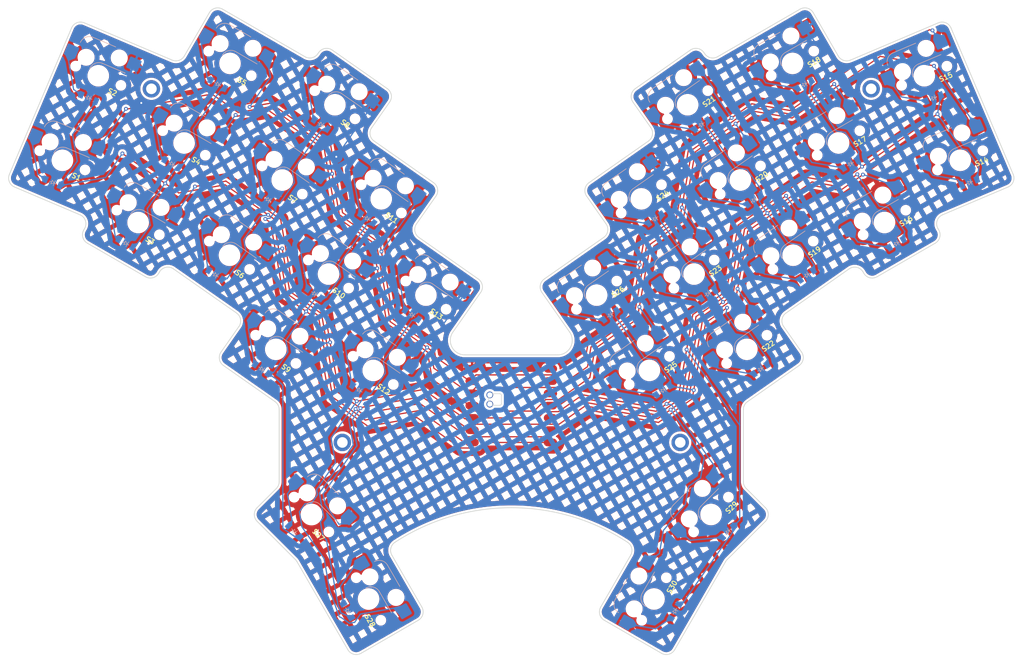
<source format=kicad_pcb>
(kicad_pcb (version 20241229) (generator "pcbnew") (generator_version "9.0")
  (layers (0 "F.Cu" signal) (2 "B.Cu" signal) (13 "F.Paste" user) (15 "B.Paste" user) (5 "F.SilkS" user) (7 "B.SilkS" user) (1 "F.Mask" user) (3 "B.Mask" user) (25 "Edge.Cuts" user))
  (net 0 "")
  (net 1 "P2")
  (net 2 "P0")
  (net 3 "pinky_home")
  (net 4 "P4")
  (net 5 "ring_bottom")
  (net 6 "P3")
  (net 7 "ring_home")
  (net 8 "P1")
  (net 9 "ring_top")
  (net 10 "P5")
  (net 11 "middle_bottom")
  (net 12 "middle_home")
  (net 13 "middle_top")
  (net 14 "index_bottom")
  (net 15 "index_home")
  (net 16 "index_top")
  (net 17 "inner_home")
  (net 18 "inner_top")
  (net 19 "mirror_pinky_home")
  (net 20 "mirror_ring_bottom")
  (net 21 "mirror_ring_home")
  (net 22 "mirror_ring_top")
  (net 23 "mirror_middle_bottom")
  (net 24 "mirror_middle_home")
  (net 25 "mirror_middle_top")
  (net 26 "mirror_index_bottom")
  (net 27 "mirror_index_home")
  (net 28 "mirror_index_top")
  (net 29 "mirror_inner_home")
  (net 30 "mirror_inner_top")
  (net 31 "tucky_default")
  (net 32 "reachy_default")
  (net 33 "mirror_tucky_default")
  (net 34 "mirror_reachy_default")
  (net 35 "P6")
  (net 36 "P7")
  (net 37 "P8")
  (net 38 "P10")
  (net 39 "P9")
  (net 40 "RAW5V")
  (net 41 "GND")
  (net 42 "RAW3V3")
  (net 43 "BAT_POS")
  (net 44 "BAT_NEG")
  (net 45 "pinky_top")
  (net 46 "mirror_pinky_top")
  (footprint "frequent:diode" (layer "F.Cu") (at 79.745036 58.018545 -30)
    (property "Reference" "D4" (hide yes))
    (property "Value" "" (hide yes))
  )
  (footprint "frequent:m2hole" (layer "F.Cu") (at 75.50126 42.487842 -26.5)
    (property "Reference" "_3" (hide yes))
    (property "Value" "" (hide yes))
  )
  (footprint "frequent:hsmx" (layer "F.Cu") (at 198.565234 96.375407 35)
    (property "Reference" "S22")
    (property "Value" "" (hide yes))
  )
  (footprint "frequent:hsmx" (layer "F.Cu") (at 176.769328 65.247626 35)
    (property "Reference" "S24")
    (property "Value" "" (hide yes))
  )
  (footprint "frequent:m2hole" (layer "F.Cu") (at 224.267592 42.487842 26.5)
    (property "Reference" "_4" (hide yes))
    (property "Value" "" (hide yes))
  )
  (footprint "frequent:diode" (layer "F.Cu") (at 244.627792 61.881252 23)
    (property "Reference" "D14" (hide yes))
    (property "Value" "" (hide yes))
  )
  (footprint "frequent:hsmx" (layer "F.Cu") (at 132.242594 85.172637 -35)
    (property "Reference" "S13")
    (property "Value" "" (hide yes))
  )
  (footprint "frequent:hsmx" (layer "F.Cu") (at 187.667278 80.811513 35)
    (property "Reference" "S23")
    (property "Value" "" (hide yes))
  )
  (footprint "frequent:diode" (layer "F.Cu") (at 229.523809 74.473029 30)
    (property "Reference" "D16" (hide yes))
    (property "Value" "" (hide yes))
  )
  (footprint "frequent:hsmx" (layer "F.Cu") (at 197.237297 61.353425 35)
    (property "Reference" "S20")
    (property "Value" "" (hide yes))
  )
  (footprint "frequent:diode" (layer "F.Cu") (at 116.05124 150.52109 -60)
    (property "Reference" "D28" (hide yes))
    (property "Value" "" (hide yes))
  )
  (footprint "frequent:diode" (layer "F.Cu") (at 220.023808 58.01855 30)
    (property "Reference" "D17" (hide yes))
    (property "Value" "" (hide yes))
  )
  (footprint "frequent:diode" (layer "F.Cu") (at 98.335732 100.471169 -35)
    (property "Reference" "D9" (hide yes))
    (property "Value" "" (hide yes))
  )
  (footprint "frequent:hsmx" (layer "F.Cu") (at 121.344647 100.73653 -35)
    (property "Reference" "S12")
    (property "Value" "" (hide yes))
  )
  (footprint "frequent:diode" (layer "F.Cu") (at 201.433112 100.471165 35)
    (property "Reference" "D22" (hide yes))
    (property "Value" "" (hide yes))
  )
  (footprint "frequent:diode" (layer "F.Cu") (at 183.717607 150.521092 60)
    (property "Reference" "D30" (hide yes))
    (property "Value" "" (hide yes))
  )
  (footprint "frequent:diode" (layer "F.Cu") (at 237.203902 44.391661 23)
    (property "Reference" "D15" (hide yes))
    (property "Value" "" (hide yes))
  )
  (footprint "frequent:diode" (layer "F.Cu") (at 211.003134 81.013079 35)
    (property "Reference" "D19" (hide yes))
    (property "Value" "" (hide yes))
  )
  (footprint "frequent:diode" (layer "F.Cu") (at 118.476757 104.832291 -35)
    (property "Reference" "D12" (hide yes))
    (property "Value" "" (hide yes))
  )
  (footprint "frequent:diode" (layer "F.Cu") (at 181.292085 104.832285 35)
    (property "Reference" "D25" (hide yes))
    (property "Value" "" (hide yes))
  )
  (footprint "frequent:hsmx" (layer "F.Cu") (at 91.633597 76.917316 -35)
    (property "Reference" "S6")
    (property "Value" "" (hide yes))
  )
  (footprint "frequent:diode" (layer "F.Cu") (at 99.663671 65.449193 -35)
    (property "Reference" "D7" (hide yes))
    (property "Value" "" (hide yes))
  )
  (footprint "frequent:diode" (layer "F.Cu") (at 88.765718 81.013079 -35)
    (property "Reference" "D6" (hide yes))
    (property "Value" "" (hide yes))
  )
  (footprint "frequent:hsmx" (layer "F.Cu") (at 108.592429 130.542504 -45)
    (property "Reference" "S27")
    (property "Value" "" (hide yes))
  )
  (footprint "frequent:hsmx" (layer "F.Cu") (at 208.023809 37.233937 30)
    (property "Reference" "S18")
    (property "Value" "" (hide yes))
  )
  (footprint "frequent:hsmx" (layer "F.Cu") (at 101.203615 96.37541 -35)
    (property "Reference" "S9")
    (property "Value" "" (hide yes))
  )
  (footprint "frequent:hsmx" (layer "F.Cu") (at 208.135244 76.917318 35)
    (property "Reference" "S19")
    (property "Value" "" (hide yes))
  )
  (footprint "frequent:hsmx" (layer "F.Cu") (at 102.531559 61.353431 -35)
    (property "Reference" "S7")
    (property "Value" "" (hide yes))
  )
  (footprint "frequent:diode" (layer "F.Cu") (at 120.131638 69.343391 -35)
    (property "Reference" "D11" (hide yes))
    (property "Value" "" (hide yes))
  )
  (footprint "frequent:xiao-smd" (layer "F.Cu") (at 149.884419 108.02264)
    (property "Reference" "MCU1" (hide yes))
    (property "Value" "xiao-ble" (hide yes))
    (fp_line (start -4.699 -0.748801) (end -4.698999 -1.7902) (stroke (width 0.12)) (layer "Edge.Cuts"))
    (fp_line (start -4.0132 -2.476) (end -2.413003 -2.476004) (stroke (width 0.12)) (layer "Edge.Cuts"))
    (fp_line (start -2.413001 -0.063) (end -4.013202 -0.062995) (stroke (width 0.12)) (layer "Edge.Cuts"))
    (fp_line (start -2.032001 -2.095) (end -2.031993 -0.444001) (stroke (width 0.12)) (layer "Edge.Cuts"))
    (fp_arc (start -4.699 -0.748801) (mid -4.095393 -0.666606) (end -4.013202 -0.062995) (stroke (width 0.12)) (layer "Edge.Cuts"))
    (fp_arc (start -4.0132 -2.476) (mid -4.095391 -1.872392) (end -4.698999 -1.7902) (stroke (width 0.12)) (layer "Edge.Cuts"))
    (fp_arc (start -2.413003 -2.476004) (mid -2.143586 -2.364408) (end -2.032001 -2.095) (stroke (width 0.12)) (layer "Edge.Cuts"))
    (fp_arc (start -2.031993 -0.444001) (mid -2.143592 -0.174594) (end -2.413001 -0.063) (stroke (width 0.12)) (layer "Edge.Cuts"))
  )
  (footprint "frequent:diode" (layer "F.Cu") (at 190.535161 84.907277 35)
    (property "Reference" "D23" (hide yes))
    (property "Value" "" (hide yes))
  )
  (footprint "frequent:hsmx" (layer "F.Cu") (at 227.023813 70.142899 30)
    (property "Reference" "S16")
    (property "Value" "" (hide yes))
  )
  (footprint "frequent:diode" (layer "F.Cu") (at 110.56162 49.885305 -35)
    (property "Reference" "D8" (hide yes))
    (property "Value" "" (hide yes))
  )
  (footprint "frequent:hsmx" (layer "F.Cu") (at 122.999519 65.247629 -35)
    (property "Reference" "S11")
    (property "Value" "" (hide yes))
  )
  (footprint "frequent:diode" (layer "F.Cu") (at 189.207229 49.885302 35)
    (property "Reference" "D21" (hide yes))
    (property "Value" "" (hide yes))
  )
  (footprint "frequent:hsmx" (layer "F.Cu") (at 64.5186 39.789135 -23)
    (property "Reference" "S2")
    (property "Value" "" (hide yes))
  )
  (footprint "frequent:diode" (layer "F.Cu") (at 109.233685 84.907277 -35)
    (property "Reference" "D10" (hide yes))
    (property "Value" "" (hide yes))
  )
  (footprint "frequent:diode" (layer "F.Cu") (at 194.711954 134.078044 45)
    (property "Reference" "D29" (hide yes))
    (property "Value" "" (hide yes))
  )
  (footprint "frequent:hsmx" (layer "F.Cu") (at 217.523811 53.688419 30)
    (property "Reference" "S17")
    (property "Value" "" (hide yes))
  )
  (footprint "frequent:hsmx" (layer "F.Cu") (at 112.10157 80.811516 -35)
    (property "Reference" "S10")
    (property "Value" "" (hide yes))
  )
  (footprint "frequent:hsmx" (layer "F.Cu") (at 235.250248 39.789146 23)
    (property "Reference" "S15")
    (property "Value" "" (hide yes))
  )
  (footprint "frequent:diode" (layer "F.Cu") (at 89.24504 41.56406 -30)
    (property "Reference" "D5" (hide yes))
    (property "Value" "" (hide yes))
  )
  (footprint "frequent:diode" (layer "F.Cu") (at 170.394137 89.268402 35)
    (property "Reference" "D26" (hide yes))
    (property "Value" "" (hide yes))
  )
  (footprint "frequent:hsmx" (layer "F.Cu") (at 72.745038 70.142902 -30)
    (property "Reference" "S3")
    (property "Value" "" (hide yes))
  )
  (footprint "frequent:diode" (layer "F.Cu") (at 105.056895 134.07804 -45)
    (property "Reference" "D27" (hide yes))
    (property "Value" "" (hide yes))
  )
  (footprint "frequent:hsmx" (layer "F.Cu") (at 178.424205 100.736529 35)
    (property "Reference" "S25")
    (property "Value" "" (hide yes))
  )
  (footprint "frequent:m2hole" (layer "F.Cu") (at 114.968538 115.639514)
    (property "Reference" "_1" (hide yes))
    (property "Value" "" (hide yes))
  )
  (footprint "frequent:diode" (layer "F.Cu") (at 55.141057 61.881255 -23)
    (property "Reference" "D1" (hide yes))
    (property "Value" "" (hide yes))
  )
  (footprint "frequent:diode" (layer "F.Cu") (at 179.637212 69.343389 35)
    (property "Reference" "D24" (hide yes))
    (property "Value" "" (hide yes))
  )
  (footprint "frequent:hsmx" (layer "F.Cu") (at 186.339345 45.789541 35)
    (property "Reference" "S21")
    (property "Value" "" (hide yes))
  )
  (footprint "frequent:diode" (layer "F.Cu") (at 210.523808 41.56407 30)
    (property "Reference" "D18" (hide yes))
    (property "Value" "" (hide yes))
  )
  (footprint "frequent:hsmx" (layer "F.Cu") (at 113.429502 45.789536 -35)
    (property "Reference" "S8")
    (property "Value" "" (hide yes))
  )
  (footprint "frequent:hsmx" (layer "F.Cu") (at 179.387478 148.021088 60)
    (property "Reference" "S30")
    (property "Value" "" (hide yes))
  )
  (footprint "frequent:hsmx" (layer "F.Cu") (at 57.094708 57.278732 -23)
    (property "Reference" "S1")
    (property "Value" "" (hide yes))
  )
  (footprint "frequent:hsmx" (layer "F.Cu") (at 242.674141 57.278735 23)
    (property "Reference" "S14")
    (property "Value" "" (hide yes))
  )
  (footprint "frequent:hsmx" (layer "F.Cu") (at 120.381366 148.021088 -60)
    (property "Reference" "S28")
    (property "Value" "" (hide yes))
  )
  (footprint "frequent:diode" (layer "F.Cu") (at 70.245041 74.473027 -30)
    (property "Reference" "D3" (hide yes))
    (property "Value" "" (hide yes))
  )
  (footprint "frequent:hsmx" (layer "F.Cu") (at 191.176424 130.542503 45)
    (property "Reference" "S29")
    (property "Value" "" (hide yes))
  )
  (footprint "frequent:diode" (layer "F.Cu") (at 62.564943 44.391664 -23)
    (property "Reference" "D2" (hide yes))
    (property "Value" "" (hide yes))
  )
  (footprint "frequent:m2hole" (layer "F.Cu") (at 184.800317 115.639511)
    (property "Reference" "_2" (hide yes))
    (property "Value" "" (hide yes))
  )
  (footprint "frequent:hsmx" (layer "F.Cu") (at 167.526253 85.172639 35)
    (property "Reference" "S26")
    (property "Value" "" (hide yes))
  )
  (footprint "frequent:diode" (layer "F.Cu") (at 200.10518 65.449186 35)
    (property "Reference" "D20" (hide yes))
    (property "Value" "" (hide yes))
  )
  (footprint "frequent:hsmx" (layer "F.Cu") (at 82.24504 53.688424 -30)
    (property "Reference" "S4")
    (property "Value" "" (hide yes))
  )
  (footprint "frequent:hsmx" (layer "F.Cu") (at 91.745043 37.233936 -30)
    (property "Reference" "S5")
    (property "Value" "" (hide yes))
  )
  (footprint "frequent:diode" (layer "F.Cu") (at 129.374715 89.2684 -35)
    (property "Reference" "D13" (hide yes))
    (property "Value" "" (hide yes))
  )
  (gr_arc (start 198.445207 125.154083) (mid 198.011662 124.505234) (end 197.859426 123.739866) (stroke (width 0.15)) (layer "Edge.Cuts"))
  (gr_line (start 175.512732 42.444484) (end 186.898945 34.471772) (stroke (width 0.15)) (layer "Edge.Cuts"))
  (gr_arc (start 109.876731 35.259576) (mid 108.671304 36.065019) (end 107.238422 35.844477) (stroke (width 0.15)) (layer "Edge.Cuts"))
  (gr_arc (start 192.530426 35.844478) (mid 191.097545 36.065023) (end 189.892119 35.259583) (stroke (width 0.15)) (layer "Edge.Cuts"))
  (gr_arc (start 165.451563 64.688032) (mid 165.120252 63.193582) (end 165.942717 61.902576) (stroke (width 0.15)) (layer "Edge.Cuts"))
  (gr_arc (start 206.183434 91.651474) (mid 205.852122 90.157026) (end 206.674583 88.866018) (stroke (width 0.15)) (layer "Edge.Cuts"))
  (gr_arc (start 125.850143 136.285238) (mid 149.88442 129.141084) (end 173.918695 136.285239) (stroke (width 0.15)) (layer "Edge.Cuts"))
  (gr_line (start 239.02895 68.548947) (end 252.568691 62.801664) (stroke (width 0.15)) (layer "Edge.Cuts"))
  (gr_line (start 238.078372 71.389953) (end 238.249739 71.686776) (stroke (width 0.15)) (layer "Edge.Cuts"))
  (gr_arc (start 169.478068 70.438478) (mid 169.809383 71.93293) (end 168.986919 73.223942) (stroke (width 0.15)) (layer "Edge.Cuts"))
  (gr_arc (start 238.249739 71.686776) (mid 238.44954 73.204419) (end 237.51768 74.418828) (stroke (width 0.15)) (layer "Edge.Cuts"))
  (gr_arc (start 253.628236 60.179199) (mid 253.641592 61.70987) (end 252.568691 62.801664) (stroke (width 0.15)) (layer "Edge.Cuts"))
  (gr_arc (start 110.08445 34.962926) (mid 111.375456 34.140461) (end 112.869906 34.47177) (stroke (width 0.15)) (layer "Edge.Cuts"))
  (gr_arc (start 121.53886 53.298935) (mid 120.71639 52.007927) (end 121.047701 50.513473) (stroke (width 0.15)) (layer "Edge.Cuts"))
  (gr_arc (start 77.17353 80.372543) (mid 78.472697 79.419957) (end 80.052726 79.734238) (stroke (width 0.15)) (layer "Edge.Cuts"))
  (gr_line (start 137.826455 92.801908) (end 143.56036 84.61304) (stroke (width 0.15)) (layer "Edge.Cuts"))
  (gr_arc (start 60.739896 68.548946) (mid 61.85508 69.755344) (end 61.690482 71.389949) (stroke (width 0.15)) (layer "Edge.Cuts"))
  (gr_arc (start 175.021579 45.229944) (mid 174.690267 43.735492) (end 175.512732 42.444484) (stroke (width 0.15)) (layer "Edge.Cuts"))
  (gr_arc (start 90.377 99.720463) (mid 89.554538 98.429454) (end 89.885852 96.935004) (stroke (width 0.15)) (layer "Edge.Cuts"))
  (gr_arc (start 169.099292 152.415766) (mid 168.167439 151.201353) (end 168.367241 149.683714) (stroke (width 0.15)) (layer "Edge.Cuts"))
  (gr_arc (start 209.882997 96.935006) (mid 210.214309 98.429451) (end 209.391854 99.720463) (stroke (width 0.15)) (layer "Edge.Cuts"))
  (gr_line (start 225.479932 81.368835) (end 237.51768 74.418828) (stroke (width 0.15)) (layer "Edge.Cuts"))
  (gr_arc (start 197.859426 108.83669) (mid 198.085404 107.913193) (end 198.712271 107.198384) (stroke (width 0.15)) (layer "Edge.Cuts"))
  (gr_line (start 219.988296 36.544524) (end 238.150714 28.835035) (stroke (width 0.15)) (layer "Edge.Cuts"))
  (gr_arc (start 77.020967 80.636782) (mid 75.806551 81.568635) (end 74.288912 81.368831) (stroke (width 0.15)) (layer "Edge.Cuts"))
  (gr_arc (start 140.283913 97.522642) (mid 137.622878 95.907886) (end 137.826455 92.801908) (stroke (width 0.15)) (layer "Edge.Cuts"))
  (gr_line (start 89.885852 96.935004) (end 93.585414 91.65148) (stroke (width 0.15)) (layer "Edge.Cuts"))
  (gr_arc (start 105.261195 139.868489) (mid 105.43369 140.065182) (end 105.579036 140.282708) (stroke (width 0.15)) (layer "Edge.Cuts"))
  (gr_line (start 61.519109 71.686781) (end 61.690482 71.389949) (stroke (width 0.15)) (layer "Edge.Cuts"))
  (gr_line (start 121.53886 53.298935) (end 133.826136 61.902573) (stroke (width 0.15)) (layer "Edge.Cuts"))
  (gr_line (start 192.530426 35.844478) (end 209.567686 26.008013) (stroke (width 0.15)) (layer "Edge.Cuts"))
  (gr_line (start 109.876731 35.259576) (end 110.08445 34.962926) (stroke (width 0.15)) (layer "Edge.Cuts"))
  (gr_arc (start 87.469114 26.740061) (mid 88.683526 25.808214) (end 90.201166 26.008008) (stroke (width 0.15)) (layer "Edge.Cuts"))
  (gr_line (start 130.78193 73.223935) (end 143.069208 81.827587) (stroke (width 0.15)) (layer "Edge.Cuts"))
  (gr_arc (start 219.988296 36.544524) (mid 218.57223 36.600159) (end 217.474791 35.703517) (stroke (width 0.15)) (layer "Edge.Cuts"))
  (gr_line (start 97.349427 129.128289) (end 101.323634 125.154085) (stroke (width 0.15)) (layer "Edge.Cuts"))
  (gr_arc (start 82.294057 35.703514) (mid 81.196618 36.600159) (end 79.780549 36.544524) (stroke (width 0.15)) (layer "Edge.Cuts"))
  (gr_line (start 198.712271 107.198384) (end 209.391854 99.720463) (stroke (width 0.15)) (layer "Edge.Cuts"))
  (gr_arc (start 173.918695 136.285239) (mid 174.771416 137.495462) (end 174.558287 138.960504) (stroke (width 0.15)) (layer "Edge.Cuts"))
  (gr_arc (start 209.567689 26.008011) (mid 211.08532 25.808213) (end 212.299738 26.740053) (stroke (width 0.15)) (layer "Edge.Cuts"))
  (gr_line (start 165.451563 64.688032) (end 169.478068 70.438478) (stroke (width 0.15)) (layer "Edge.Cuts"))
  (gr_line (start 222.747878 80.636773) (end 222.595323 80.372536) (stroke (width 0.15)) (layer "Edge.Cuts"))
  (gr_arc (start 186.898945 34.471772) (mid 188.393393 34.140463) (end 189.684399 34.962924) (stroke (width 0.15)) (layer "Edge.Cuts"))
  (gr_arc (start 219.716119 79.734239) (mid 221.296147 79.419952) (end 222.595323 80.372536) (stroke (width 0.15)) (layer "Edge.Cuts"))
  (gr_line (start 169.099292 152.415766) (end 180.931359 159.247017) (stroke (width 0.15)) (layer "Edge.Cuts"))
  (gr_arc (start 133.826136 61.902573) (mid 134.648597 63.193581) (end 134.317291 64.688034) (stroke (width 0.15)) (layer "Edge.Cuts"))
  (gr_arc (start 118.837489 159.247021) (mid 117.319849 159.446822) (end 116.105438 158.514967) (stroke (width 0.15)) (layer "Edge.Cuts"))
  (gr_line (start 80.052726 79.734238) (end 93.094269 88.866018) (stroke (width 0.15)) (layer "Edge.Cuts"))
  (gr_line (start 183.66341 158.514971) (end 194.189811 140.282708) (stroke (width 0.15)) (layer "Edge.Cuts"))
  (gr_line (start 90.377 99.720463) (end 101.056574 107.19839) (stroke (width 0.15)) (layer "Edge.Cuts"))
  (gr_line (start 90.201166 26.008008) (end 107.238422 35.844477) (stroke (width 0.15)) (layer "Edge.Cuts"))
  (gr_line (start 198.445214 125.154078) (end 202.419422 129.12829) (stroke (width 0.15)) (layer "Edge.Cuts"))
  (gr_arc (start 93.094269 88.866018) (mid 93.916728 90.157029) (end 93.585414 91.65148) (stroke (width 0.15)) (layer "Edge.Cuts"))
  (gr_line (start 175.021579 45.229944) (end 178.721144 50.513473) (stroke (width 0.15)) (layer "Edge.Cuts"))
  (gr_line (start 82.294057 35.703514) (end 87.469113 26.740059) (stroke (width 0.15)) (layer "Edge.Cuts"))
  (gr_line (start 165.942717 61.902576) (end 178.229997 53.298932) (stroke (width 0.15)) (layer "Edge.Cuts"))
  (gr_line (start 194.507645 139.868489) (end 202.419423 131.956717) (stroke (width 0.15)) (layer "Edge.Cuts"))
  (gr_arc (start 47.200158 62.801671) (mid 46.127248 61.709875) (end 46.140614 60.179201) (stroke (width 0.15)) (layer "Edge.Cuts"))
  (gr_line (start 125.21056 138.960505) (end 131.401611 149.683716) (stroke (width 0.15)) (layer "Edge.Cuts"))
  (gr_line (start 121.047701 50.513473) (end 124.747271 45.229944) (stroke (width 0.15)) (layer "Edge.Cuts"))
  (gr_arc (start 194.189811 140.282708) (mid 194.335155 140.065184) (end 194.507645 139.868489) (stroke (width 0.15)) (layer "Edge.Cuts"))
  (gr_line (start 156.208485 84.613047) (end 161.942394 92.801908) (stroke (width 0.15)) (layer "Edge.Cuts"))
  (gr_line (start 112.869906 34.47177) (end 124.256126 42.444487) (stroke (width 0.15)) (layer "Edge.Cuts"))
  (gr_line (start 130.290782 70.43848) (end 134.317291 64.688034) (stroke (width 0.15)) (layer "Edge.Cuts"))
  (gr_arc (start 58.995664 29.894588) (mid 60.087459 28.821682) (end 61.618133 28.835038) (stroke (width 0.15)) (layer "Edge.Cuts"))
  (gr_line (start 61.618133 28.835038) (end 79.780549 36.544524) (stroke (width 0.15)) (layer "Edge.Cuts"))
  (gr_arc (start 178.721144 50.513473) (mid 179.052456 52.007921) (end 178.229997 53.298932) (stroke (width 0.15)) (layer "Edge.Cuts"))
  (gr_arc (start 238.078369 71.389958) (mid 237.913765 69.755348) (end 239.02895 68.548947) (stroke (width 0.15)) (layer "Edge.Cuts"))
  (gr_arc (start 125.210564 138.960506) (mid 124.997431 137.495467) (end 125.850143 136.285238) (stroke (width 0.15)) (layer "Edge.Cuts"))
  (gr_line (start 62.251162 74.41883) (end 74.288912 81.368831) (stroke (width 0.15)) (layer "Edge.Cuts"))
  (gr_line (start 105.579036 140.282708) (end 116.105438 158.514967) (stroke (width 0.15)) (layer "Edge.Cuts"))
  (gr_line (start 101.909429 108.836688) (end 101.909424 123.739871) (stroke (width 0.15)) (layer "Edge.Cuts"))
  (gr_arc (start 161.942394 92.801908) (mid 162.145976 95.907888) (end 159.484941 97.522637) (stroke (width 0.15)) (layer "Edge.Cuts"))
  (gr_line (start 156.699636 81.827588) (end 168.986919 73.223942) (stroke (width 0.15)) (layer "Edge.Cuts"))
  (gr_line (start 206.674583 88.866018) (end 219.716119 79.734239) (stroke (width 0.15)) (layer "Edge.Cuts"))
  (gr_arc (start 202.419422 129.12829) (mid 203.005211 130.542504) (end 202.419423 131.956717) (stroke (width 0.15)) (layer "Edge.Cuts"))
  (gr_arc (start 183.66341 158.514971) (mid 182.448996 159.446822) (end 180.931359 159.247017) (stroke (width 0.15)) (layer "Edge.Cuts"))
  (gr_line (start 118.837489 159.247021) (end 130.669563 152.415767) (stroke (width 0.15)) (layer "Edge.Cuts"))
  (gr_line (start 46.140614 60.179201) (end 58.995668 29.894588) (stroke (width 0.15)) (layer "Edge.Cuts"))
  (gr_arc (start 124.256126 42.444487) (mid 125.078587 43.735497) (end 124.747271 45.229944) (stroke (width 0.15)) (layer "Edge.Cuts"))
  (gr_line (start 189.684399 34.962924) (end 189.892119 35.259583) (stroke (width 0.15)) (layer "Edge.Cuts"))
  (gr_line (start 212.299738 26.740053) (end 217.474791 35.703517) (stroke (width 0.15)) (layer "Edge.Cuts"))
  (gr_line (start 206.183434 91.651474) (end 209.882997 96.935006) (stroke (width 0.15)) (layer "Edge.Cuts"))
  (gr_arc (start 238.150714 28.835035) (mid 239.681395 28.821676) (end 240.773183 29.894591) (stroke (width 0.15)) (layer "Edge.Cuts"))
  (gr_line (start 240.773183 29.894591) (end 253.628239 60.179198) (stroke (width 0.15)) (layer "Edge.Cuts"))
  (gr_arc (start 225.479932 81.368835) (mid 223.962286 81.568637) (end 222.747878 80.636773) (stroke (width 0.15)) (layer "Edge.Cuts"))
  (gr_arc (start 143.069208 81.827587) (mid 143.89167 83.118592) (end 143.56036 84.61304) (stroke (width 0.15)) (layer "Edge.Cuts"))
  (gr_line (start 47.200158 62.801673) (end 60.739896 68.548946) (stroke (width 0.15)) (layer "Edge.Cuts"))
  (gr_line (start 159.484941 97.522637) (end 140.283913 97.522642) (stroke (width 0.15)) (layer "Edge.Cuts"))
  (gr_line (start 97.349429 131.956721) (end 105.2612 139.868491) (stroke (width 0.15)) (layer "Edge.Cuts"))
  (gr_arc (start 62.251162 74.41883) (mid 61.319315 73.204418) (end 61.519109 71.686781) (stroke (width 0.15)) (layer "Edge.Cuts"))
  (gr_arc (start 131.401611 149.683716) (mid 131.601412 151.201352) (end 130.669563 152.415767) (stroke (width 0.15)) (layer "Edge.Cuts"))
  (gr_line (start 197.859426 123.739866) (end 197.859426 108.83669) (stroke (width 0.15)) (layer "Edge.Cuts"))
  (gr_arc (start 130.78193 73.223935) (mid 129.959471 71.932928) (end 130.290782 70.43848) (stroke (width 0.15)) (layer "Edge.Cuts"))
  (gr_arc (start 101.056574 107.19839) (mid 101.683441 107.913194) (end 101.909429 108.836688) (stroke (width 0.15)) (layer "Edge.Cuts"))
  (gr_line (start 168.367241 149.683714) (end 174.558287 138.960504) (stroke (width 0.15)) (layer "Edge.Cuts"))
  (gr_arc (start 97.349425 131.956717) (mid 96.763638 130.542502) (end 97.349427 129.128289) (stroke (width 0.15)) (layer "Edge.Cuts"))
  (gr_arc (start 101.909424 123.739871) (mid 101.757182 124.505235) (end 101.323642 125.154084) (stroke (width 0.15)) (layer "Edge.Cuts"))
  (gr_line (start 77.17353 80.372543) (end 77.020967 80.636782) (stroke (width 0.15)) (layer "Edge.Cuts"))
  (gr_arc (start 156.208483 84.613042) (mid 155.87717 83.118592) (end 156.699636 81.827588) (stroke (width 0.15)) (layer "Edge.Cuts"))
  (segment (start 111.404825 54.260115) (end 111.89581 54.603905) (width 0.25) (layer "F.Cu") (net 1))
  (segment (start 177.988235 74.17294) (end 181.293414 71.858634) (width 0.25) (layer "F.Cu") (net 1))
  (segment (start 121.887769 73.808098) (end 124.857331 90.649355) (width 0.25) (layer "F.Cu") (net 1))
  (segment (start 165.639615 99.970557) (end 159.506129 104.265268) (width 0.25) (layer "F.Cu") (net 1))
  (segment (start 112.859737 60.0706) (end 114.35157 68.531198) (width 0.25) (layer "F.Cu") (net 1))
  (segment (start 166.354735 95.914933) (end 165.639615 99.970557) (width 0.25) (layer "F.Cu") (net 1))
  (segment (start 207.70668 47.749524) (end 215.406394 42.358128) (width 0.25) (layer "F.Cu") (net 1))
  (segment (start 141.314468 105.482643) (end 142.531834 104.265267) (width 0.25) (layer "F.Cu") (net 1))
  (segment (start 133.219266 96.50444) (end 133.885091 100.280534) (width 0.25) (layer "F.Cu") (net 1))
  (segment (start 187.234708 55.124515) (end 194.606577 49.962678) (width 0.25) (layer "F.Cu") (net 1))
  (segment (start 181.293414 71.858634) (end 184.705283 69.469619) (width 0.25) (layer "F.Cu") (net 1))
  (segment (start 199.766735 46.349491) (end 205.37289 47.338019) (width 0.25) (layer "F.Cu") (net 1))
  (segment (start 70.346226 46.69102) (end 70.24465 46.619889) (width 0.25) (layer "F.Cu") (net 1))
  (segment (start 87.99906 43.57834) (end 70.346226 46.69102) (width 0.25) (layer "F.Cu") (net 1))
  (segment (start 205.37289 47.338019) (end 207.70668 47.749524) (width 0.25) (layer "F.Cu") (net 1))
  (segment (start 175.342084 89.180019) (end 177.490872 76.993646) (width 0.25) (layer "F.Cu") (net 1))
  (segment (start 185.98834 62.193039) (end 187.234708 55.124515) (width 0.25) (layer "F.Cu") (net 1))
  (segment (start 142.531834 104.265267) (end 159.506129 104.265268) (width 0.25) (layer "F.Cu") (net 1))
  (segment (start 111.89581 54.603905) (end 112.859737 60.0706) (width 0.25) (layer "F.Cu") (net 1))
  (segment (start 124.857331 90.649355) (end 132.482275 95.988394) (width 0.25) (layer "F.Cu") (net 1))
  (segment (start 97.882497 46.592696) (end 99.937197 46.230395) (width 0.25) (layer "F.Cu") (net 1))
  (segment (start 194.606577 49.962678) (end 199.766735 46.349491) (width 0.25) (layer "F.Cu") (net 1))
  (segment (start 185.134983 67.032663) (end 185.98834 62.193039) (width 0.25) (layer "F.Cu") (net 1))
  (segment (start 99.937197 46.230395) (end 111.077163 54.030684) (width 0.25) (layer "F.Cu") (net 1))
  (segment (start 177.490872 76.993646) (end 177.988235 74.17294) (width 0.25) (layer "F.Cu") (net 1))
  (segment (start 175.253192 89.684166) (end 166.764055 95.628321) (width 0.25) (layer "F.Cu") (net 1))
  (segment (start 175.342084 89.180019) (end 175.253192 89.684166) (width 0.25) (layer "F.Cu") (net 1))
  (segment (start 133.885091 100.280534) (end 141.314469 105.482636) (width 0.25) (layer "F.Cu") (net 1))
  (segment (start 111.077163 54.030684) (end 111.404825 54.260115) (width 0.25) (layer "F.Cu") (net 1))
  (segment (start 97.882497 46.592696) (end 93.426189 47.378468) (width 0.25) (layer "F.Cu") (net 1))
  (segment (start 184.705283 69.469619) (end 185.134983 67.032663) (width 0.25) (layer "F.Cu") (net 1))
  (segment (start 132.482275 95.988394) (end 133.219266 96.50444) (width 0.25) (layer "F.Cu") (net 1))
  (segment (start 93.426189 47.378468) (end 87.99906 43.57834) (width 0.25) (layer "F.Cu") (net 1))
  (segment (start 166.764055 95.628321) (end 166.354735 95.914933) (width 0.25) (layer "F.Cu") (net 1))
  (segment (start 114.35157 68.531198) (end 121.887769 73.808098) (width 0.25) (layer "F.Cu") (net 1))
  (segment (start 215.406394 42.358128) (end 216.63512 41.497762) (width 0.25) (layer "F.Cu") (net 1))
  (via (at 216.63512 41.497762) (size 0.8) (drill 0.4) (layers "F.Cu" "B.Cu") (net 1))
  (via (at 132.482275 95.988394) (size 0.8) (drill 0.4) (layers "F.Cu" "B.Cu") (net 1))
  (via (at 70.24465 46.619889) (size 0.8) (drill 0.4) (layers "F.Cu" "B.Cu") (net 1))
  (via (at 112.859737 60.0706) (size 0.8) (drill 0.4) (layers "F.Cu" "B.Cu") (net 1))
  (via (at 185.134983 67.032663) (size 0.8) (drill 0.4) (layers "F.Cu" "B.Cu") (net 1))
  (segment (start 189.538996 73.299392) (end 185.153244 67.035879) (width 0.25) (layer "B.Cu") (net 1))
  (segment (start 110.230808 60.542971) (end 110.237859 60.532907) (width 0.25) (layer "B.Cu") (net 1))
  (segment (start 64.457214 54.88522) (end 70.24465 46.619889) (width 0.25) (layer "B.Cu") (net 1))
  (segment (start 185.153244 67.035879) (end 185.134983 67.032663) (width 0.25) (layer "B.Cu") (net 1))
  (segment (start 216.634684 41.500248) (end 216.63512 41.497762) (width 0.25) (layer "B.Cu") (net 1))
  (segment (start 220.043131 46.368004) (end 216.634684 41.500248) (width 0.25) (layer "B.Cu") (net 1))
  (segment (start 129.043898 99.926065) (end 129.821039 99.789037) (width 0.25) (layer "B.Cu") (net 1))
  (segment (start 129.821039 99.789037) (end 132.482275 95.988394) (width 0.25) (layer "B.Cu") (net 1))
  (segment (start 110.237859 60.532907) (end 112.859737 60.0706) (width 0.25) (layer "B.Cu") (net 1))
  (segment (start 159.184776 99.165271) (end 173.929508 88.84089) (width 0.25) (layer "F.Cu") (net 2))
  (segment (start 133.313962 94.800628) (end 141.314467 100.40264) (width 0.25) (layer "F.Cu") (net 2))
  (segment (start 185.911034 54.281243) (end 199.427048 44.81723) (width 0.25) (layer "F.Cu") (net 2))
  (segment (start 113.710644 56.546088) (end 115.675241 67.687922) (width 0.25) (layer "F.Cu") (net 2))
  (segment (start 176.664554 73.32967) (end 183.381604 68.626347) (width 0.25) (layer "F.Cu") (net 2))
  (segment (start 199.427048 44.81723) (end 206.112142 45.995989) (width 0.25) (layer "F.Cu") (net 2))
  (segment (start 123.211446 72.964825) (end 126.181012 89.806088) (width 0.25) (layer "F.Cu") (net 2))
  (segment (start 88.168902 42.812211) (end 92.756156 46.024237) (width 0.25) (layer "F.Cu") (net 2))
  (segment (start 100.276892 44.698123) (end 113.219493 53.760638) (width 0.25) (layer "F.Cu") (net 2))
  (segment (start 113.219493 53.760638) (end 113.710644 56.546088) (width 0.25) (layer "F.Cu") (net 2))
  (segment (start 185.094513 58.91196) (end 185.911034 54.281243) (width 0.25) (layer "F.Cu") (net 2))
  (segment (start 206.112142 45.995989) (end 207.365594 46.217012) (width 0.25) (layer "F.Cu") (net 2))
  (segment (start 126.181012 89.806088) (end 133.313962 94.800628) (width 0.25) (layer "F.Cu") (net 2))
  (segment (start 173.929508 88.84089) (end 176.664554 73.32967) (width 0.25) (layer "F.Cu") (net 2))
  (segment (start 142.551831 99.165272) (end 159.184776 99.165271) (width 0.25) (layer "F.Cu") (net 2))
  (segment (start 207.365594 46.217012) (end 215.802862 40.30917) (width 0.25) (layer "F.Cu") (net 2))
  (segment (start 141.314466 100.402641) (end 142.551831 99.165272) (width 0.25) (layer "F.Cu") (net 2))
  (segment (start 92.756156 46.024237) (end 100.276892 44.698123) (width 0.25) (layer "F.Cu") (net 2))
  (segment (start 73.405982 45.415317) (end 88.168902 42.812211) (width 0.25) (layer "F.Cu") (net 2))
  (segment (start 115.675241 67.687922) (end 123.211446 72.964825) (width 0.25) (layer "F.Cu") (net 2))
  (segment (start 183.381604 68.626347) (end 185.094513 58.91196) (width 0.25) (layer "F.Cu") (net 2))
  (via (at 133.313962 94.800628) (size 0.8) (drill 0.4) (layers "F.Cu" "B.Cu") (net 2))
  (via (at 113.710644 56.546088) (size 0.8) (drill 0.4) (layers "F.Cu" "B.Cu") (net 2))
  (via (at 215.802862 40.30917) (size 0.8) (drill 0.4) (layers "F.Cu" "B.Cu") (net 2))
  (via (at 185.094513 58.91196) (size 0.8) (drill 0.4) (layers "F.Cu" "B.Cu") (net 2))
  (via (at 73.405982 45.415317) (size 0.8) (drill 0.4) (layers "F.Cu" "B.Cu") (net 2))
  (segment (start 139.941851 84.36218) (end 140.078883 85.139326) (width 0.25) (layer "B.Cu") (net 2))
  (segment (start 213.326898 36.77314) (end 215.802862 40.30917) (width 0.25) (layer "B.Cu") (net 2))
  (segment (start 72.007505 37.484131) (end 73.405982 45.415317) (width 0.25) (layer "B.Cu") (net 2))
  (segment (start 178.641044 57.735504) (end 185.063735 58.867995) (width 0.25) (layer "B.Cu") (net 2))
  (segment (start 210.543131 29.913527) (end 210.611588 29.9256) (width 0.25) (layer "B.Cu") (net 2))
  (segment (start 213.582709 35.322403) (end 213.326898 36.77314) (width 0.25) (layer "B.Cu") (net 2))
  (segment (start 71.881102 37.395626) (end 72.007505 37.484131) (width 0.25) (layer "B.Cu") (net 2))
  (segment (start 121.128761 44.979078) (end 121.265788 45.756222) (width 0.25) (layer "B.Cu") (net 2))
  (segment (start 213.745192 34.400864) (end 213.582709 35.322403) (width 0.25) (layer "B.Cu") (net 2))
  (segment (start 185.063735 58.867995) (end 185.094513 58.91196) (width 0.25) (layer "B.Cu") (net 2))
  (segment (start 210.611588 29.9256) (end 213.745192 34.400864) (width 0.25) (layer "B.Cu") (net 2))
  (segment (start 140.078883 85.139326) (end 133.313962 94.800628) (width 0.25) (layer "B.Cu") (net 2))
  (segment (start 121.265788 45.756222) (end 113.710644 56.546088) (width 0.25) (layer "B.Cu") (net 2))
  (segment (start 51.565389 52.172321) (end 50.792479 53.276154) (width 0.25) (layer "B.Cu") (net 3))
  (segment (start 51.997785 60.111799) (end 53.576196 61.217009) (width 0.25) (layer "B.Cu") (net 3))
  (segment (start 50.792479 53.276154) (end 51.997785 60.111799) (width 0.25) (layer "B.Cu") (net 3))
  (segment (start 90.902525 61.573003) (end 102.206822 69.488357) (width 0.25) (layer "F.Cu") (net 4))
  (segment (start 183.40934 106.667969) (end 185.293642 105.34857) (width 0.25) (layer "F.Cu") (net 4))
  (segment (start 141.314464 110.56264) (end 140.3059 110.74048) (width 0.25) (layer "F.Cu") (net 4))
  (segment (start 192.000322 86.857742) (end 195.031434 84.735336) (width 0.25) (layer "F.Cu") (net 4))
  (segment (start 117.943123 107.119919) (end 117.943123 107.119919) (width 0.25) (layer "F.Cu") (net 4))
  (segment (start 181.976103 107.671536) (end 181.994089 107.658942) (width 0.25) (layer "F.Cu") (net 4))
  (segment (start 163.793169 106.3686) (end 159.656294 109.265263) (width 0.25) (layer "F.Cu") (net 4))
  (segment (start 187.605084 92.239721) (end 188.068641 89.61073) (width 0.25) (layer "F.Cu") (net 4))
  (segment (start 159.656294 109.265263) (end 156.709366 109.265267) (width 0.25) (layer "F.Cu") (net 4))
  (segment (start 188.068641 89.61073) (end 192.000322 86.857742) (width 0.25) (layer "F.Cu") (net 4))
  (segment (start 197.438075 71.086599) (end 206.694241 64.605362) (width 0.25) (layer "F.Cu") (net 4))
  (segment (start 140.3059 110.74048) (end 131.676784 104.698303) (width 0.25) (layer "F.Cu") (net 4))
  (segment (start 195.031434 84.735336) (end 196.81489 74.620861) (width 0.25) (layer "F.Cu") (net 4))
  (segment (start 131.676784 104.698303) (end 117.943123 107.119919) (width 0.25) (layer "F.Cu") (net 4))
  (segment (start 181.976103 107.671536) (end 179.804819 109.191884) (width 0.25) (layer "F.Cu") (net 4))
  (segment (start 181.994089 107.658942) (end 183.40934 106.667969) (width 0.25) (layer "F.Cu") (net 4))
  (segment (start 102.206822 69.488357) (end 104.760808 83.972734) (width 0.25) (layer "F.Cu") (net 4))
  (segment (start 112.43599 94.924317) (end 114.113593 104.438451) (width 0.25) (layer "F.Cu") (net 4))
  (segment (start 155.411984 110.562642) (end 141.314464 110.56264) (width 0.25) (layer "F.Cu") (net 4))
  (segment (start 179.804819 109.191884) (end 163.793169 106.3686) (width 0.25) (layer "F.Cu") (net 4))
  (segment (start 196.81489 74.620861) (end 197.438075 71.086599) (width 0.25) (layer "F.Cu") (net 4))
  (segment (start 156.709366 109.265267) (end 155.411984 110.562642) (width 0.25) (layer "F.Cu") (net 4))
  (segment (start 185.293642 105.34857) (end 187.605084 92.239721) (width 0.25) (layer "F.Cu") (net 4))
  (segment (start 84.495967 62.70265) (end 90.902525 61.573003) (width 0.25) (layer "F.Cu") (net 4))
  (segment (start 114.113593 104.438451) (end 117.943123 107.119919) (width 0.25) (layer "F.Cu") (net 4))
  (segment (start 111.31403 88.56134) (end 112.43599 94.924317) (width 0.25) (layer "F.Cu") (net 4))
  (segment (start 104.760808 83.972734) (end 111.31403 88.56134) (width 0.25) (layer "F.Cu") (net 4))
  (via (at 181.994089 107.658942) (size 0.8) (drill 0.4) (layers "F.Cu" "B.Cu") (net 4))
  (via (at 206.694241 64.605362) (size 0.8) (drill 0.4) (layers "F.Cu" "B.Cu") (net 4))
  (via (at 84.495967 62.70265) (size 0.8) (drill 0.4) (layers "F.Cu" "B.Cu") (net 4))
  (via (at 112.43599 94.924317) (size 0.8) (drill 0.4) (layers "F.Cu" "B.Cu") (net 4))
  (via (at 117.943123 107.119919) (size 0.8) (drill 0.4) (layers "F.Cu" "B.Cu") (net 4))
  (segment (start 191.71524 122.819482) (end 192.073444 120.78801) (width 0.25) (layer "B.Cu") (net 4))
  (segment (start 114.820354 151.915109) (end 116.418644 153.03424) (width 0.25) (layer "B.Cu") (net 4))
  (segment (start 108.916971 95.544815) (end 112.43599 94.924317) (width 0.25) (layer "B.Cu") (net 4))
  (segment (start 107.210616 128.373502) (end 106.081624 129.985868) (width 0.25) (layer "B.Cu") (net 4))
  (segment (start 192.073444 120.78801) (end 183.00521 107.83723) (width 0.25) (layer "B.Cu") (net 4))
  (segment (start 112.64235 114.690207) (end 113.546057 119.8154) (width 0.25) (layer "B.Cu") (net 4))
  (segment (start 114.820354 151.915109) (end 114.345682 151.693759) (width 0.25) (layer "B.Cu") (net 4))
  (segment (start 80.344359 68.66449) (end 84.500585 62.728788) (width 0.25) (layer "B.Cu") (net 4))
  (segment (start 111.166112 139.60608) (end 111.190693 139.610413) (width 0.25) (layer "B.Cu") (net 4))
  (segment (start 114.345682 151.693759) (end 112.358731 146.234665) (width 0.25) (layer "B.Cu") (net 4))
  (segment (start 113.546057 119.8154) (end 109.639417 125.394663) (width 0.25) (layer "B.Cu") (net 4))
  (segment (start 108.902869 95.564947) (end 108.916971 95.544815) (width 0.25) (layer "B.Cu") (net 4))
  (segment (start 84.500585 62.728788) (end 84.495967 62.70265) (width 0.25) (layer "B.Cu") (net 4))
  (segment (start 106.081624 129.985868) (end 106.637533 133.138595) (width 0.25) (layer "B.Cu") (net 4))
  (segment (start 210.006964 69.40519) (end 206.684555 64.660299) (width 0.25) (layer "B.Cu") (net 4))
  (segment (start 117.508638 152.84205) (end 118.702593 151.136906) (width 0.25) (layer "B.Cu") (net 4))
  (segment (start 117.943123 107.119919) (end 112.64235 114.690207) (width 0.25) (layer "B.Cu") (net 4))
  (segment (start 111.190693 139.610413) (end 112.358731 146.234665) (width 0.25) (layer "B.Cu") (net 4))
  (segment (start 109.826698 126.456754) (end 108.664021 128.117226) (width 0.25) (layer "B.Cu") (net 4))
  (segment (start 108.664021 128.117226) (end 107.210616 128.373502) (width 0.25) (layer "B.Cu") (net 4))
  (segment (start 109.639417 125.394663) (end 109.826698 126.456754) (width 0.25) (layer "B.Cu") (net 4))
  (segment (start 106.637533 133.138595) (end 111.166112 139.60608) (width 0.25) (layer "B.Cu") (net 4))
  (segment (start 206.684555 64.660299) (end 206.694241 64.605362) (width 0.25) (layer "B.Cu") (net 4))
  (segment (start 116.418644 153.03424) (end 117.508638 152.84205) (width 0.25) (layer "B.Cu") (net 4))
  (segment (start 183.00521 107.83723) (end 181.994089 107.658942) (width 0.25) (layer "B.Cu") (net 4))
  (segment (start 126.571983 149.749322) (end 127.701776 150.540414) (width 0.25) (layer "B.Cu") (net 4))
  (segment (start 118.702593 151.136906) (end 126.571983 149.749322) (width 0.25) (layer "B.Cu") (net 4))
  (segment (start 66.786002 65.962018) (end 68.047263 73.115006) (width 0.25) (layer "B.Cu") (net 5))
  (segment (start 68.047263 73.115006) (end 68.772798 73.623026) (width 0.25) (layer "B.Cu") (net 5))
  (segment (start 67.879246 64.400698) (end 66.786002 65.962018) (width 0.25) (layer "B.Cu") (net 5))
  (segment (start 178.650076 74.594582) (end 176.35692 87.599708) (width 0.25) (layer "F.Cu") (net 6))
  (segment (start 142.440464 109.148635) (end 141.31446 108.02264) (width 0.25) (layer "F.Cu") (net 6))
  (segment (start 113.689731 68.952832) (end 120.489438 73.714045) (width 0.25) (layer "F.Cu") (net 6))
  (segment (start 99.76735 46.996531) (end 106.237904 51.527255) (width 0.25) (layer "F.Cu") (net 6))
  (segment (start 175.915031 90.105802) (end 167.179896 96.222209) (width 0.25) (layer "F.Cu") (net 6))
  (segment (start 120.489438 73.714045) (end 121.225932 74.229732) (width 0.25) (layer "F.Cu") (net 6))
  (segment (start 98.008387 47.306683) (end 99.76735 46.996531) (width 0.25) (layer "F.Cu") (net 6))
  (segment (start 106.237904 51.527255) (end 111.233979 55.025547) (width 0.25) (layer "F.Cu") (net 6))
  (segment (start 121.225932 74.229732) (end 122.174575 79.609787) (width 0.25) (layer "F.Cu") (net 6))
  (segment (start 122.174575 79.609787) (end 124.195494 91.070996) (width 0.25) (layer "F.Cu") (net 6))
  (segment (start 133.556167 102.590221) (end 141.314462 108.022639) (width 0.25) (layer "F.Cu") (net 6))
  (segment (start 159.639732 106.765268) (end 156.983077 106.765269) (width 0.25) (layer "F.Cu") (net 6))
  (segment (start 111.233979 55.025547) (end 112.938896 64.694632) (width 0.25) (layer "F.Cu") (net 6))
  (segment (start 199.93658 47.115634) (end 196.253556 49.694517) (width 0.25) (layer "F.Cu") (net 6))
  (segment (start 93.256341 48.144597) (end 98.008387 47.306683) (width 0.25) (layer "F.Cu") (net 6))
  (segment (start 132.557429 96.926078) (end 133.556167 102.590221) (width 0.25) (layer "F.Cu") (net 6))
  (segment (start 187.896554 55.546153) (end 185.367124 69.891257) (width 0.25) (layer "F.Cu") (net 6))
  (segment (start 154.599701 109.148636) (end 142.440464 109.148635) (width 0.25) (layer "F.Cu") (net 6))
  (segment (start 92.90745 47.900299) (end 93.256341 48.144597) (width 0.25) (layer "F.Cu") (net 6))
  (segment (start 207.928178 48.524769) (end 199.93658 47.115634) (width 0.25) (layer "F.Cu") (net 6))
  (segment (start 176.35692 87.599708) (end 175.915031 90.105802) (width 0.25) (layer "F.Cu") (net 6))
  (segment (start 124.195494 91.070996) (end 132.557429 96.926078) (width 0.25) (layer "F.Cu") (net 6))
  (segment (start 226.142976 35.770626) (end 207.928178 48.524769) (width 0.25) (layer "F.Cu") (net 6))
  (segment (start 196.253556 49.694517) (end 187.896554 55.546153) (width 0.25) (layer "F.Cu") (net 6))
  (segment (start 237.250717 37.729225) (end 226.142976 35.770626) (width 0.25) (layer "F.Cu") (net 6))
  (segment (start 185.367124 69.891257) (end 178.650076 74.594582) (width 0.25) (layer "F.Cu") (net 6))
  (segment (start 112.938896 64.694632) (end 113.689731 68.952832) (width 0.25) (layer "F.Cu") (net 6))
  (segment (start 156.983077 106.765269) (end 154.599701 109.148636) (width 0.25) (layer "F.Cu") (net 6))
  (segment (start 166.121101 102.226964) (end 159.639732 106.765268) (width 0.25) (layer "F.Cu") (net 6))
  (segment (start 167.179896 96.222209) (end 166.121101 102.226964) (width 0.25) (layer "F.Cu") (net 6))
  (via (at 92.90745 47.900299) (size 0.8) (drill 0.4) (layers "F.Cu" "B.Cu") (net 6))
  (via (at 176.35692 87.599708) (size 0.8) (drill 0.4) (layers "F.Cu" "B.Cu") (net 6))
  (via (at 237.250717 37.729225) (size 0.8) (drill 0.4) (layers "F.Cu" "B.Cu") (net 6))
  (via (at 122.174575 79.609787) (size 0.8) (drill 0.4) (layers "F.Cu" "B.Cu") (net 6))
  (via (at 196.253556 49.694517) (size 0.8) (drill 0.4) (layers "F.Cu" "B.Cu") (net 6))
  (segment (start 246.066813 50.319916) (end 237.250717 37.729225) (width 0.25) (layer "B.Cu") (net 6))
  (segment (start 89.844359 52.210015) (end 92.855654 47.909433) (width 0.25) (layer "B.Cu") (net 6))
  (segment (start 176.357552 87.59983) (end 176.35692 87.599708) (width 0.25) (layer "B.Cu") (net 6))
  (segment (start 199.109014 53.841301) (end 196.24387 49.749454) (width 0.25) (layer "B.Cu") (net 6))
  (segment (start 119.831956 80.02286) (end 122.174575 79.609787) (width 0.25) (layer "B.Cu") (net 6))
  (segment (start 196.24387 49.749454) (end 196.253556 49.694517) (width 0.25) (layer "B.Cu") (net 6))
  (segment (start 119.800831 80.00106) (end 119.831956 80.02286) (width 0.25) (layer "B.Cu") (net 6))
  (segment (start 180.295926 93.224406) (end 176.357552 87.59983) (width 0.25) (layer "B.Cu") (net 6))
  (segment (start 92.855654 47.909433) (end 92.90745 47.900299) (width 0.25) (layer "B.Cu") (net 6))
  (segment (start 76.285998 49.50754) (end 77.547267 56.660523) (width 0.25) (layer "B.Cu") (net 7))
  (segment (start 77.547267 56.660523) (end 78.272795 57.168543) (width 0.25) (layer "B.Cu") (net 7))
  (segment (start 77.379254 47.946217) (end 76.285998 49.50754) (width 0.25) (layer "B.Cu") (net 7))
  (segment (start 133.881104 96.082811) (end 134.214011 97.970853) (width 0.25) (layer "F.Cu") (net 8))
  (segment (start 100.107041 45.46426) (end 105.595113 49.307051) (width 0.25) (layer "F.Cu") (net 8))
  (segment (start 199.596889 45.583362) (end 207.536835 46.983389) (width 0.25) (layer "F.Cu") (net 8))
  (segment (start 236.332612 30.286839) (end 236.937664 30.39352) (width 0.25) (layer "F.Cu") (net 8))
  (segment (start 122.549605 73.386465) (end 123.037726 76.154727) (width 0.25) (layer "F.Cu") (net 8))
  (segment (start 125.519172 90.227714) (end 133.881104 96.082811) (width 0.25) (layer "F.Cu") (net 8))
  (segment (start 113.61059 60.153811) (end 115.013405 68.109564) (width 0.25) (layer "F.Cu") (net 8))
  (segment (start 105.595113 49.307051) (end 112.557651 54.182273) (width 0.25) (layer "F.Cu") (net 8))
  (segment (start 184.043444 69.047982) (end 186.57287 54.702875) (width 0.25) (layer "F.Cu") (net 8))
  (segment (start 134.214011 97.970853) (end 141.314461 102.942645) (width 0.25) (layer "F.Cu") (net 8))
  (segment (start 120.010484 71.608549) (end 122.549605 73.386465) (width 0.25) (layer "F.Cu") (net 8))
  (segment (start 174.689494 88.705945) (end 176.420802 78.887212) (width 0.25) (layer "F.Cu") (net 8))
  (segment (start 95.806779 46.222515) (end 100.107041 45.46426) (width 0.25) (layer "F.Cu") (net 8))
  (segment (start 174.689494 88.705945) (end 174.591351 89.262526) (width 0.25) (layer "F.Cu") (net 8))
  (segment (start 141.314463 102.942637) (end 142.591836 101.665272) (width 0.25) (layer "F.Cu") (net 8))
  (segment (start 165.318861 97.614501) (end 159.533773 101.665266) (width 0.25) (layer "F.Cu") (net 8))
  (segment (start 123.037726 76.154727) (end 125.519172 90.227714) (width 0.25) (layer "F.Cu") (net 8))
  (segment (start 177.326398 73.751311) (end 184.043444 69.047982) (width 0.25) (layer "F.Cu") (net 8))
  (segment (start 176.420802 78.887212) (end 177.326398 73.751311) (width 0.25) (layer "F.Cu") (net 8))
  (segment (start 186.57287 54.702875) (end 199.596889 45.583362) (width 0.25) (layer "F.Cu") (net 8))
  (segment (start 223.760765 35.62327) (end 236.332612 30.286839) (width 0.25) (layer "F.Cu") (net 8))
  (segment (start 165.692889 95.493297) (end 165.318861 97.614501) (width 0.25) (layer "F.Cu") (net 8))
  (segment (start 142.591836 101.665272) (end 159.533773 101.665266) (width 0.25) (layer "F.Cu") (net 8))
  (segment (start 115.013405 68.109564) (end 120.010484 71.608549) (width 0.25) (layer "F.Cu") (net 8))
  (segment (start 112.557651 54.182273) (end 113.61059 60.153811) (width 0.25) (layer "F.Cu") (net 8))
  (segment (start 174.591351 89.262526) (end 165.692889 95.493297) (width 0.25) (layer "F.Cu") (net 8))
  (segment (start 207.536835 46.983389) (end 223.760765 35.62327) (width 0.25) (layer "F.Cu") (net 8))
  (via (at 195.421869 48.506746) (size 0.8) (drill 0.4) (layers "F.Cu" "B.Cu") (net 8))
  (via (at 123.037726 76.154727) (size 0.8) (drill 0.4) (layers "F.Cu" "B.Cu") (net 8))
  (via (at 176.420802 78.887212) (size 0.8) (drill 0.4) (layers "F.Cu" "B.Cu") (net 8))
  (via (at 95.806779 46.222515) (size 0.8) (drill 0.4) (layers "F.Cu" "B.Cu") (net 8))
  (via (at 236.937664 30.39352) (size 0.8) (drill 0.4) (layers "F.Cu" "B.Cu") (net 8))
  (segment (start 123.09852 76.143994) (end 123.037726 76.154727) (width 0.25) (layer "B.Cu") (net 8))
  (segment (start 100.107069 40.081064) (end 95.806779 46.222515) (width 0.25) (layer "B.Cu") (net 8))
  (segment (start 169.397969 77.660511) (end 169.411229 77.651227) (width 0.25) (layer "B.Cu") (net 8))
  (segment (start 188.211063 38.277411) (end 188.892108 38.397504) (width 0.25) (layer "B.Cu") (net 8))
  (segment (start 238.642925 32.830319) (end 236.937462 30.394674) (width 0.25) (layer "B.Cu") (net 8))
  (segment (start 191.712212 43.208802) (end 195.421869 48.506746) (width 0.25) (layer "B.Cu") (net 8))
  (segment (start 191.822612 42.582696) (end 191.749612 42.996672) (width 0.25) (layer "B.Cu") (net 8))
  (segment (start 188.892108 38.397504) (end 191.822612 42.582696) (width 0.25) (layer "B.Cu") (net 8))
  (segment (start 169.411229 77.651227) (end 176.420802 78.887212) (width 0.25) (layer "B.Cu") (net 8))
  (segment (start 236.937462 30.394674) (end 236.937664 30.39352) (width 0.25) (layer "B.Cu") (net 8))
  (segment (start 130.698771 64.437174) (end 130.818857 65.118216) (width 0.25) (layer "B.Cu") (net 8))
  (segment (start 130.818857 65.118216) (end 123.09852 76.143994) (width 0.25) (layer "B.Cu") (net 8))
  (segment (start 99.34436 35.755525) (end 100.107069 40.081064) (width 0.25) (layer "B.Cu") (net 8))
  (segment (start 191.749612 42.996672) (end 191.712212 43.208802) (width 0.25) (layer "B.Cu") (net 8))
  (segment (start 86.879249 31.491733) (end 85.786 33.053052) (width 0.25) (layer "B.Cu") (net 9))
  (segment (start 85.786 33.053052) (end 87.047263 40.206041) (width 0.25) (layer "B.Cu") (net 9))
  (segment (start 87.047263 40.206041) (end 87.772798 40.714063) (width 0.25) (layer "B.Cu") (net 9))
  (segment (start 217.890448 63.510476) (end 222.570935 60.233163) (width 0.25) (layer "F.Cu") (net 10))
  (segment (start 196.355118 85.578613) (end 189.392319 90.454012) (width 0.25) (layer "F.Cu") (net 10))
  (segment (start 217.890446 63.510479) (end 217.890448 63.510476) (width 0.25) (layer "F.Cu") (net 10))
  (segment (start 141.314462 113.10264) (end 131.435674 106.185435) (width 0.25) (layer "F.Cu") (net 10))
  (segment (start 217.890446 63.510479) (end 212.215076 62.509755) (width 0.25) (layer "F.Cu") (net 10))
  (segment (start 142.551837 111.865268) (end 141.314462 113.10264) (width 0.25) (layer "F.Cu") (net 10))
  (segment (start 186.617323 106.191847) (end 180.144511 110.724149) (width 0.25) (layer "F.Cu") (net 10))
  (segment (start 131.435674 106.185435) (end 118.400276 108.483925) (width 0.25) (layer "F.Cu") (net 10))
  (segment (start 198.761748 71.929868) (end 196.658897 83.855749) (width 0.25) (layer "F.Cu") (net 10))
  (segment (start 102.535013 75.524689) (end 104.098969 84.394369) (width 0.25) (layer "F.Cu") (net 10))
  (segment (start 180.144511 110.724149) (end 178.495199 110.433334) (width 0.25) (layer "F.Cu") (net 10))
  (segment (start 110.65219 88.982978) (end 113.451754 104.860091) (width 0.25) (layer "F.Cu") (net 10))
  (segment (start 159.756298 111.865266) (end 142.551837 111.865268) (width 0.25) (layer "F.Cu") (net 10))
  (segment (start 104.098969 84.394369) (end 110.65219 88.982978) (width 0.25) (layer "F.Cu") (net 10))
  (segment (start 189.392319 90.454012) (end 186.617323 106.191847) (width 0.25) (layer "F.Cu") (net 10))
  (segment (start 178.495199 110.433334) (end 165.159515 108.081888) (width 0.25) (layer "F.Cu") (net 10))
  (segment (start 212.215076 62.509755) (end 198.761748 71.929868) (width 0.25) (layer "F.Cu") (net 10))
  (segment (start 113.451754 104.860091) (end 118.715049 108.545488) (width 0.25) (layer "F.Cu") (net 10))
  (segment (start 196.658897 83.855749) (end 196.355118 85.578613) (width 0.25) (layer "F.Cu") (net 10))
  (segment (start 165.159515 108.081888) (end 159.756298 111.865266) (width 0.25) (layer "F.Cu") (net 10))
  (via (at 196.658897 83.855749) (size 0.8) (drill 0.4) (layers "F.Cu" "B.Cu") (net 10))
  (via (at 182.825773 108.846709) (size 0.8) (drill 0.4) (layers "F.Cu" "B.Cu") (net 10))
  (via (at 102.535013 75.524689) (size 0.8) (drill 0.4) (layers "F.Cu" "B.Cu") (net 10))
  (via (at 222.570935 60.233163) (size 0.8) (drill 0.4) (layers "F.Cu" "B.Cu") (net 10))
  (via (at 118.715049 108.545488) (size 0.8) (drill 0.4) (layers "F.Cu" "B.Cu") (net 10))
  (segment (start 186.531658 124.715647) (end 189.015925 122.976144) (width 0.25) (layer "B.Cu") (net 10))
  (segment (start 117.035575 110.944027) (end 118.715049 108.545488) (width 0.25) (layer "B.Cu") (net 10))
  (segment (start 222.621922 60.209385) (end 229.503698 62.714146) (width 0.25) (layer "B.Cu") (net 10))
  (segment (start 111.371775 128.41306) (end 114.277457 132.562804) (width 0.25) (layer "B.Cu") (net 10))
  (segment (start 99.346863 76.086848) (end 99.332851 76.106859) (width 0.25) (layer "B.Cu") (net 10))
  (segment (start 115.419051 132.36151) (end 114.277457 132.562804) (width 0.25) (layer "B.Cu") (net 10))
  (segment (start 110.991428 126.289978) (end 110.998266 126.294766) (width 0.25) (layer "B.Cu") (net 10))
  (segment (start 185.879511 128.414164) (end 186.531658 124.715647) (width 0.25) (layer "B.Cu") (net 10))
  (segment (start 181.321183 133.905414) (end 181.316518 133.852128) (width 0.25) (layer "B.Cu") (net 10))
  (segment (start 117.981289 116.307429) (end 117.035575 110.944027) (width 0.25) (layer "B.Cu") (net 10))
  (segment (start 200.126937 88.808613) (end 196.658897 83.855749) (width 0.25) (layer "B.Cu") (net 10))
  (segment (start 222.570935 60.233163) (end 222.621922 60.209385) (width 0.25) (layer "B.Cu") (net 10))
  (segment (start 189.015925 122.976144) (end 189.760912 118.751114) (width 0.25) (layer "B.Cu") (net 10))
  (segment (start 177.909077 140.421775) (end 180.490939 138.613931) (width 0.25) (layer "B.Cu") (net 10))
  (segment (start 116.315451 131.081319) (end 115.419051 132.36151) (width 0.25) (layer "B.Cu") (net 10))
  (segment (start 229.503698 62.714146) (end 229.543135 62.82249) (width 0.25) (layer "B.Cu") (net 10))
  (segment (start 181.316518 133.852128) (end 185.879511 128.414164) (width 0.25) (layer "B.Cu") (net 10))
  (segment (start 200.436953 88.863281) (end 200.126937 88.808613) (width 0.25) (layer "B.Cu") (net 10))
  (segment (start 102.535013 75.524689) (end 99.346863 76.086848) (width 0.25) (layer "B.Cu") (net 10))
  (segment (start 110.998266 126.294766) (end 111.371775 128.41306) (width 0.25) (layer "B.Cu") (net 10))
  (segment (start 180.490939 138.613931) (end 181.321183 133.905414) (width 0.25) (layer "B.Cu") (net 10))
  (segment (start 189.760912 118.751114) (end 182.825773 108.846709) (width 0.25) (layer "B.Cu") (net 10))
  (segment (start 110.991428 126.289978) (end 117.981289 116.307429) (width 0.25) (layer "B.Cu") (net 10))
  (segment (start 85.965162 72.660356) (end 87.250958 79.952433) (width 0.25) (layer "B.Cu") (net 11))
  (segment (start 87.286797 70.772879) (end 85.965162 72.660356) (width 0.25) (layer "B.Cu") (net 11))
  (segment (start 87.250958 79.952433) (end 87.373161 80.037991) (width 0.25) (layer "B.Cu") (net 11))
  (segment (start 98.184745 55.208999) (end 96.863119 57.096466) (width 0.25) (layer "B.Cu") (net 12))
  (segment (start 96.863119 57.096466) (end 98.148914 64.388534) (width 0.25) (layer "B.Cu") (net 12))
  (segment (start 98.148914 64.388534) (end 98.271108 64.474103) (width 0.25) (layer "B.Cu") (net 12))
  (segment (start 109.082694 39.645106) (end 107.761068 41.532577) (width 0.25) (layer "B.Cu") (net 13))
  (segment (start 107.761068 41.532577) (end 109.046865 48.824653) (width 0.25) (layer "B.Cu") (net 13))
  (segment (start 109.046865 48.824653) (end 109.169068 48.91022) (width 0.25) (layer "B.Cu") (net 13))
  (segment (start 95.535186 92.118446) (end 96.820972 99.410519) (width 0.25) (layer "B.Cu") (net 14))
  (segment (start 96.820972 99.410519) (end 96.943177 99.496089) (width 0.25) (layer "B.Cu") (net 14))
  (segment (start 96.856805 90.230971) (end 95.535186 92.118446) (width 0.25) (layer "B.Cu") (net 14))
  (segment (start 107.718923 83.846635) (end 107.841132 83.932205) (width 0.25) (layer "B.Cu") (net 15))
  (segment (start 106.433137 76.554562) (end 107.718923 83.846635) (width 0.25) (layer "B.Cu") (net 15))
  (segment (start 107.75476 74.667079) (end 106.433137 76.554562) (width 0.25) (layer "B.Cu") (net 15))
  (segment (start 118.652716 59.103192) (end 117.331091 60.990672) (width 0.25) (layer "B.Cu") (net 16))
  (segment (start 117.331091 60.990672) (end 118.616873 68.28275) (width 0.25) (layer "B.Cu") (net 16))
  (segment (start 118.616873 68.28275) (end 118.739078 68.368317) (width 0.25) (layer "B.Cu") (net 16))
  (segment (start 116.997839 94.592099) (end 115.676213 96.479562) (width 0.25) (layer "B.Cu") (net 17))
  (segment (start 116.961997 103.771641) (end 117.084205 103.857209) (width 0.25) (layer "B.Cu") (net 17))
  (segment (start 115.676213 96.479562) (end 116.961997 103.771641) (width 0.25) (layer "B.Cu") (net 17))
  (segment (start 126.574164 80.91568) (end 127.85996 88.207752) (width 0.25) (layer "B.Cu") (net 18))
  (segment (start 127.895794 79.028206) (end 126.574164 80.91568) (width 0.25) (layer "B.Cu") (net 18))
  (segment (start 127.85996 88.207752) (end 127.982156 88.29332) (width 0.25) (layer "B.Cu") (net 18))
  (segment (start 237.01683 60.360943) (end 242.169462 61.269488) (width 0.25) (layer "B.Cu") (net 19))
  (segment (start 235.159909 57.708976) (end 237.01683 60.360943) (width 0.25) (layer "B.Cu") (net 19))
  (segment (start 242.169462 61.269488) (end 243.062932 62.5455) (width 0.25) (layer "B.Cu") (net 19))
  (segment (start 219.61802 71.485695) (end 221.495503 74.167015) (width 0.25) (layer "B.Cu") (net 20))
  (segment (start 221.495503 74.167015) (end 228.051568 75.323032) (width 0.25) (layer "B.Cu") (net 20))
  (segment (start 211.995502 57.712531) (end 218.551563 58.868546) (width 0.25) (layer "B.Cu") (net 21))
  (segment (start 210.118021 55.031216) (end 211.995502 57.712531) (width 0.25) (layer "B.Cu") (net 21))
  (segment (start 202.495502 41.25805) (end 209.051565 42.414067) (width 0.25) (layer "B.Cu") (net 22))
  (segment (start 200.61802 38.57673) (end 202.495502 41.25805) (width 0.25) (layer "B.Cu") (net 22))
  (segment (start 200.874665 78.900461) (end 202.196297 80.78793) (width 0.25) (layer "B.Cu") (net 23))
  (segment (start 209.488373 82.073723) (end 209.610569 81.988157) (width 0.25) (layer "B.Cu") (net 23))
  (segment (start 202.196297 80.78793) (end 209.488373 82.073723) (width 0.25) (layer "B.Cu") (net 23))
  (segment (start 189.976724 63.336568) (end 191.298341 65.22405) (width 0.25) (layer "B.Cu") (net 24))
  (segment (start 198.59042 66.50984) (end 198.712616 66.424275) (width 0.25) (layer "B.Cu") (net 24))
  (segment (start 191.298341 65.22405) (end 198.59042 66.50984) (width 0.25) (layer "B.Cu") (net 24))
  (segment (start 180.400389 49.660156) (end 187.692468 50.945947) (width 0.25) (layer "B.Cu") (net 25))
  (segment (start 187.692468 50.945947) (end 187.81467 50.860385) (width 0.25) (layer "B.Cu") (net 25))
  (segment (start 179.078773 47.772681) (end 180.400389 49.660156) (width 0.25) (layer "B.Cu") (net 25))
  (segment (start 199.918351 101.531818) (end 200.040555 101.446245) (width 0.25) (layer "B.Cu") (net 26))
  (segment (start 192.62628 100.246024) (end 199.918351 101.531818) (width 0.25) (layer "B.Cu") (net 26))
  (segment (start 191.304658 98.358552) (end 192.62628 100.246024) (width 0.25) (layer "B.Cu") (net 26))
  (segment (start 189.0204 85.967932) (end 189.14261 85.882362) (width 0.25) (layer "B.Cu") (net 27))
  (segment (start 181.728326 84.68214) (end 189.0204 85.967932) (width 0.25) (layer "B.Cu") (net 27))
  (segment (start 180.406702 82.794661) (end 181.728326 84.68214) (width 0.25) (layer "B.Cu") (net 27))
  (segment (start 169.508753 67.230773) (end 170.83038 69.118249) (width 0.25) (layer "B.Cu") (net 28))
  (segment (start 178.122454 70.404035) (end 178.244655 70.318469) (width 0.25) (layer "B.Cu") (net 28))
  (segment (start 170.83038 69.118249) (end 178.122454 70.404035) (width 0.25) (layer "B.Cu") (net 28))
  (segment (start 171.16363 102.719669) (end 172.485259 104.607147) (width 0.25) (layer "B.Cu") (net 29))
  (segment (start 179.777326 105.892935) (end 179.899523 105.807371) (width 0.25) (layer "B.Cu") (net 29))
  (segment (start 172.485259 104.607147) (end 179.777326 105.892935) (width 0.25) (layer "B.Cu") (net 29))
  (segment (start 168.879374 90.329049) (end 169.001578 90.243479) (width 0.25) (layer "B.Cu") (net 30))
  (segment (start 160.265676 87.155781) (end 161.587297 89.043254) (width 0.25) (layer "B.Cu") (net 30))
  (segment (start 161.587297 89.043254) (end 168.879374 90.329049) (width 0.25) (layer "B.Cu") (net 30))
  (segment (start 105.378625 123.736608) (end 103.608975 126.263919) (width 0.25) (layer "B.Cu") (net 31))
  (segment (start 104.589782 131.826312) (end 103.854809 132.875954) (width 0.25) (layer "B.Cu") (net 31))
  (segment (start 103.608975 126.263919) (end 104.589782 131.826312) (width 0.25) (layer "B.Cu") (net 31))
  (segment (start 114.554257 145.379653) (end 115.201236 149.04885) (width 0.25) (layer "B.Cu") (net 32))
  (segment (start 119.038568 140.615304) (end 117.728558 140.846287) (width 0.25) (layer "B.Cu") (net 32))
  (segment (start 117.728558 140.846287) (end 114.554257 145.379653) (width 0.25) (layer "B.Cu") (net 32))
  (segment (start 186.878009 135.860336) (end 184.370522 133.756307) (width 0.25) (layer "B.Cu") (net 33))
  (segment (start 193.509869 135.280124) (end 186.878009 135.860336) (width 0.25) (layer "B.Cu") (net 33))
  (segment (start 173.645281 152.886877) (end 173.836429 153.159868) (width 0.25) (layer "B.Cu") (net 34))
  (segment (start 173.836429 153.159868) (end 179.720014 154.197306) (width 0.25) (layer "B.Cu") (net 34))
  (segment (start 179.720014 154.197306) (end 182.867613 151.993334) (width 0.25) (layer "B.Cu") (net 34))
  (segment (start 119.69939 111.004848) (end 112.967954 106.291451) (width 0.25) (layer "F.Cu") (net 35))
  (segment (start 97.531389 67.099645) (end 99.62326 68.564387) (width 0.25) (layer "F.Cu") (net 35))
  (segment (start 97.531389 67.099645) (end 100.480337 69.16452) (width 0.25) (layer "F.Cu") (net 35))
  (segment (start 141.314465 115.642638) (end 140.431684 115.798298) (width 0.25) (layer "F.Cu") (net 35))
  (segment (start 90.732679 62.339136) (end 97.531389 67.099645) (width 0.25) (layer "F.Cu") (net 35))
  (segment (start 100.705097 69.321898) (end 99.62326 68.564387) (width 0.25) (layer "F.Cu") (net 35))
  (segment (start 78.351826 62.062795) (end 81.157668 64.027469) (width 0.25) (layer "F.Cu") (net 35))
  (segment (start 69.504981 55.868169) (end 78.351826 62.062795) (width 0.25) (layer "F.Cu") (net 35))
  (segment (start 130.792465 109.048848) (end 119.69939 111.004848) (width 0.25) (layer "F.Cu") (net 35))
  (segment (start 112.967954 106.291451) (end 109.990344 89.404612) (width 0.25) (layer "F.Cu") (net 35))
  (segment (start 81.157668 64.027469) (end 89.496413 62.557126) (width 0.25) (layer "F.Cu") (net 35))
  (segment (start 103.437127 84.816011) (end 100.705097 69.321898) (width 0.25) (layer "F.Cu") (net 35))
  (segment (start 89.496413 62.557126) (end 90.732679 62.339136) (width 0.25) (layer "F.Cu") (net 35))
  (segment (start 109.990344 89.404612) (end 103.437127 84.816011) (width 0.25) (layer "F.Cu") (net 35))
  (segment (start 140.431684 115.798298) (end 130.792465 109.048848) (width 0.25) (layer "F.Cu") (net 35))
  (via (at 69.504981 55.868169) (size 0.8) (drill 0.4) (layers "F.Cu" "B.Cu") (net 35))
  (via (at 78.351826 62.062795) (size 0.8) (drill 0.4) (layers "F.Cu" "B.Cu") (net 35))
  (via (at 99.62326 68.564387) (size 0.8) (drill 0.4) (layers "F.Cu" "B.Cu") (net 35))
  (segment (start 81.130677 58.818547) (end 80.487895 58.931881) (width 0.25) (layer "B.Cu") (net 35))
  (segment (start 72.112996 75.187989) (end 71.630681 75.273029) (width 0.25) (layer "B.Cu") (net 35))
  (segment (start 84.755843 54.245058) (end 81.612999 58.733501) (width 0.25) (layer "B.Cu") (net 35))
  (segment (start 89.987898 42.477406) (end 84.150791 50.813647) (width 0.25) (layer "B.Cu") (net 35))
  (segment (start 75.255842 70.699541) (end 72.112996 75.187989) (width 0.25) (layer "B.Cu") (net 35))
  (segment (start 80.487895 58.931881) (end 74.650794 67.268129) (width 0.25) (layer "B.Cu") (net 35))
  (segment (start 97.951983 68.859077) (end 94.598214 73.648756) (width 0.25) (layer "B.Cu") (net 35))
  (segment (start 95.045721 76.18673) (end 91.157119 81.740232) (width 0.25) (layer "B.Cu") (net 35))
  (segment (start 94.598214 73.648756) (end 95.045721 76.18673) (width 0.25) (layer "B.Cu") (net 35))
  (segment (start 56.613867 62.506424) (end 66.017895 60.848238) (width 0.25) (layer "B.Cu") (net 35))
  (segment (start 64.037753 45.016836) (end 59.194455 51.933774) (width 0.25) (layer "B.Cu") (net 35))
  (segment (start 84.150791 50.813647) (end 84.755843 54.245058) (width 0.25) (layer "B.Cu") (net 35))
  (segment (start 74.650794 67.268129) (end 75.255842 70.699541) (width 0.25) (layer "B.Cu") (net 35))
  (segment (start 91.157119 81.740232) (end 90.076368 81.930801) (width 0.25) (layer "B.Cu") (net 35))
  (segment (start 90.630681 42.364067) (end 89.987898 42.477406) (width 0.25) (layer "B.Cu") (net 35))
  (segment (start 60.16456 57.435505) (end 56.613867 62.506424) (width 0.25) (layer "B.Cu") (net 35))
  (segment (start 66.017895 60.848238) (end 69.504981 55.868169) (width 0.25) (layer "B.Cu") (net 35))
  (segment (start 99.62326 68.564387) (end 97.951983 68.859077) (width 0.25) (layer "B.Cu") (net 35))
  (segment (start 81.612999 58.733501) (end 81.130677 58.818547) (width 0.25) (layer "B.Cu") (net 35))
  (segment (start 59.194455 51.933774) (end 60.16456 57.435505) (width 0.25) (layer "B.Cu") (net 35))
  (segment (start 158.454383 115.642639) (end 144.244591 115.642639) (width 0.25) (layer "F.Cu") (net 36))
  (segment (start 109.328509 89.826252) (end 107.486793 88.536672) (width 0.25) (layer "F.Cu") (net 36))
  (segment (start 144.244591 115.642639) (end 143.103695 116.783529) (width 0.25) (layer "F.Cu") (net 36))
  (segment (start 102.775292 85.23764) (end 107.486793 88.536672) (width 0.25) (layer "F.Cu") (net 36))
  (segment (start 100.114996 70.150343) (end 102.775292 85.23764) (width 0.25) (layer "F.Cu") (net 36))
  (segment (start 139.376125 116.783528) (end 130.402106 110.499853) (width 0.25) (layer "F.Cu") (net 36))
  (segment (start 120.266527 112.287035) (end 112.306111 106.713091) (width 0.25) (layer "F.Cu") (net 36))
  (segment (start 143.103695 116.783529) (end 139.376125 116.783528) (width 0.25) (layer "F.Cu") (net 36))
  (segment (start 99.046609 69.402252) (end 100.114996 70.150343) (width 0.25) (layer "F.Cu") (net 36))
  (segment (start 130.402106 110.499853) (end 120.266527 112.287035) (width 0.25) (layer "F.Cu") (net 36))
  (segment (start 112.306111 106.713091) (end 109.328509 89.826252) (width 0.25) (layer "F.Cu") (net 36))
  (via (at 99.046609 69.402252) (size 0.8) (drill 0.4) (layers "F.Cu" "B.Cu") (net 36))
  (via (at 107.486793 88.536672) (size 0.8) (drill 0.4) (layers "F.Cu" "B.Cu") (net 36))
  (segment (start 103.287855 94.512869) (end 103.714411 96.932044) (width 0.25) (layer "B.Cu") (net 36))
  (segment (start 100.046285 69.225978) (end 99.046609 69.402252) (width 0.25) (layer "B.Cu") (net 36))
  (segment (start 106.188267 135.20941) (end 105.451299 135.339361) (width 0.25) (layer "B.Cu") (net 36))
  (segment (start 101.574414 102.738912) (end 102.668439 103.832936) (width 0.25) (layer "B.Cu") (net 36))
  (segment (start 101.574414 102.738912) (end 99.646373 101.388892) (width 0.25) (layer "B.Cu") (net 36))
  (segment (start 105.451299 135.339361) (end 102.751327 133.448815) (width 0.25) (layer "B.Cu") (net 36))
  (segment (start 102.751327 133.448815) (end 102.668439 133.36593) (width 0.25) (layer "B.Cu") (net 36))
  (segment (start 111.872264 50.803024) (end 110.533855 51.03902) (width 0.25) (layer "B.Cu") (net 36))
  (segment (start 110.544333 85.824997) (end 109.205917 86.061004) (width 0.25) (layer "B.Cu") (net 36))
  (segment (start 103.714411 96.932044) (end 100.727133 101.19833) (width 0.25) (layer "B.Cu") (net 36))
  (segment (start 111.625087 85.634432) (end 110.544333 85.824997) (width 0.25) (layer "B.Cu") (net 36))
  (segment (start 114.185809 78.948986) (end 114.61236 81.368149) (width 0.25) (layer "B.Cu") (net 36))
  (segment (start 102.055075 66.176342) (end 100.974315 66.366911) (width 0.25) (layer "B.Cu") (net 36))
  (segment (start 121.442283 70.261116) (end 120.103872 70.497116) (width 0.25) (layer "B.Cu") (net 36))
  (segment (start 105.042354 61.910058) (end 102.055075 66.176342) (width 0.25) (layer "B.Cu") (net 36))
  (segment (start 120.103872 70.497116) (end 114.185809 78.948986) (width 0.25) (layer "B.Cu") (net 36))
  (segment (start 104.615793 59.490897) (end 105.042354 61.910058) (width 0.25) (layer "B.Cu") (net 36))
  (segment (start 110.533855 51.03902) (end 104.615793 59.490897) (width 0.25) (layer "B.Cu") (net 36))
  (segment (start 100.727133 101.19833) (end 99.646373 101.388892) (width 0.25) (layer "B.Cu") (net 36))
  (segment (start 100.974315 66.366909) (end 101.190347 67.592093) (width 0.25) (layer "B.Cu") (net 36))
  (segment (start 109.205917 86.061004) (end 103.287855 94.512869) (width 0.25) (layer "B.Cu") (net 36))
  (segment (start 102.668439 103.832936) (end 102.668439 133.36593) (width 0.25) (layer "B.Cu") (net 36))
  (segment (start 101.190347 67.592093) (end 100.046285 69.225978) (width 0.25) (layer "B.Cu") (net 36))
  (segment (start 114.61236 81.368149) (end 111.625087 85.634432) (width 0.25) (layer "B.Cu") (net 36))
  (segment (start 131.004855 107.586134) (end 119.083104 109.688261) (width 0.25) (layer "F.Cu") (net 37))
  (segment (start 159.818919 113.102641) (end 158.454384 113.102641) (width 0.25) (layer "F.Cu") (net 37))
  (segment (start 190.054159 90.875647) (end 187.597652 104.807219) (width 0.25) (layer "F.Cu") (net 37))
  (segment (start 194.476579 87.779035) (end 190.054159 90.875647) (width 0.25) (layer "F.Cu") (net 37))
  (segment (start 180.314361 111.490281) (end 165.781332 108.927723) (width 0.25) (layer "F.Cu") (net 37))
  (segment (start 158.454384 113.102641) (end 157.095109 114.461915) (width 0.25) (layer "F.Cu") (net 37))
  (segment (start 119.083104 109.688261) (end 117.705322 108.723531) (width 0.25) (layer "F.Cu") (net 37))
  (segment (start 187.597652 104.807219) (end 187.279156 106.613478) (width 0.25) (layer "F.Cu") (net 37))
  (segment (start 157.095109 114.461915) (end 141.058393 114.461918) (width 0.25) (layer "F.Cu") (net 37))
  (segment (start 141.058393 114.461918) (end 140.871535 114.494862) (width 0.25) (layer "F.Cu") (net 37))
  (segment (start 187.279156 106.613478) (end 180.314361 111.490281) (width 0.25) (layer "F.Cu") (net 37))
  (segment (start 140.871535 114.494862) (end 131.004855 107.586134) (width 0.25) (layer "F.Cu") (net 37))
  (segment (start 165.781332 108.927723) (end 159.818919 113.102641) (width 0.25) (layer "F.Cu") (net 37))
  (via (at 117.705322 108.723531) (size 0.8) (drill 0.4) (layers "F.Cu" "B.Cu") (net 37))
  (via (at 187.597652 104.807219) (size 0.8) (drill 0.4) (layers "F.Cu" "B.Cu") (net 37))
  (via (at 194.476579 87.779035) (size 0.8) (drill 0.4) (layers "F.Cu" "B.Cu") (net 37))
  (segment (start 110.943078 130.190898) (end 111.103226 131.099136) (width 0.25) (layer "B.Cu") (net 37))
  (segment (start 182.602732 103.914564) (end 187.58813 104.793623) (width 0.25) (layer "B.Cu") (net 37))
  (segment (start 129.346945 90.42212) (end 123.428881 98.873986) (width 0.25) (layer "B.Cu") (net 37))
  (segment (start 117.886644 108.46458) (end 116.269443 110.774182) (width 0.25) (layer "B.Cu") (net 37))
  (segment (start 199.045719 92.919183) (end 196.626546 92.492618) (width 0.25) (layer "B.Cu") (net 37))
  (segment (start 110.225294 126.120134) (end 110.943078 130.190898) (width 0.25) (layer "B.Cu") (net 37))
  (segment (start 202.934325 98.472681) (end 199.045719 92.919183) (width 0.25) (layer "B.Cu") (net 37))
  (segment (start 111.698853 135.894538) (end 111.709495 135.896407) (width 0.25) (layer "B.Cu") (net 37))
  (segment (start 123.855446 101.293162) (end 120.868165 105.559444) (width 0.25) (layer "B.Cu") (net 37))
  (segment (start 123.428881 98.873986) (end 123.855446 101.293162) (width 0.25) (layer "B.Cu") (net 37))
  (segment (start 171.468779 89.68909) (end 177.38684 98.140962) (width 0.25) (layer "B.Cu") (net 37))
  (segment (start 116.851243 151.906729) (end 114.662784 150.886233) (width 0.25) (layer "B.Cu") (net 37))
  (segment (start 119.787402 105.750016) (end 117.886644 108.46458) (width 0.25) (layer "B.Cu") (net 37))
  (segment (start 182.793295 102.833804) (end 182.602732 103.914564) (width 0.25) (layer "B.Cu") (net 37))
  (segment (start 202.743763 99.553447) (end 202.934325 98.472681) (width 0.25) (layer "B.Cu") (net 37))
  (segment (start 114.662784 150.886233) (end 114.061143 149.233245) (width 0.25) (layer "B.Cu") (net 37))
  (segment (start 116.269443 110.774182) (end 117.215153 116.13758) (width 0.25) (layer "B.Cu") (net 37))
  (segment (start 179.806016 98.567521) (end 182.793295 102.833804) (width 0.25) (layer "B.Cu") (net 37))
  (segment (start 177.38684 98.140962) (end 179.806016 98.567521) (width 0.25) (layer "B.Cu") (net 37))
  (segment (start 117.215153 116.13758) (end 110.225294 126.120134) (width 0.25) (layer "B.Cu") (net 37))
  (segment (start 111.103226 131.099136) (end 110.433266 132.055944) (width 0.25) (layer "B.Cu") (net 37))
  (segment (start 187.58813 104.793623) (end 187.597652 104.807219) (width 0.25) (layer "B.Cu") (net 37))
  (segment (start 110.911954 134.770729) (end 111.698853 135.894538) (width 0.25) (layer "B.Cu") (net 37))
  (segment (start 196.626546 92.492618) (end 194.245137 89.091606) (width 0.25) (layer "B.Cu") (net 37))
  (segment (start 120.868165 105.559444) (end 119.787402 105.750016) (width 0.25) (layer "B.Cu") (net 37))
  (segment (start 130.68536 90.186116) (end 129.346945 90.42212) (width 0.25) (layer "B.Cu") (net 37))
  (segment (start 110.433266 132.055944) (end 110.911954 134.770729) (width 0.25) (layer "B.Cu") (net 37))
  (segment (start 171.704781 88.350675) (end 171.468779 89.68909) (width 0.25) (layer "B.Cu") (net 37))
  (segment (start 111.709495 135.896407) (end 114.061143 149.233245) (width 0.25) (layer "B.Cu") (net 37))
  (segment (start 194.245137 89.091606) (end 194.476579 87.779035) (width 0.25) (layer "B.Cu") (net 37))
  (segment (start 117.886644 108.46458) (end 117.705322 108.723531) (width 0.25) (layer "B.Cu") (net 37))
  (segment (start 187.406804 89.1891) (end 194.369594 84.313703) (width 0.25) (layer "F.Cu") (net 38))
  (segment (start 179.634976 108.425751) (end 163.242624 105.535333) (width 0.25) (layer "F.Cu") (net 38))
  (segment (start 222.383746 58.594109) (end 237.931063 47.707758) (width 0.25) (layer "F.Cu") (net 38))
  (segment (start 210.865653 60.799444) (end 217.550749 61.978211) (width 0.25) (layer "F.Cu") (net 38))
  (segment (start 182.379411 106.504074) (end 179.634976 108.425751) (width 0.25) (layer "F.Cu") (net 38))
  (segment (start 237.931063 47.707758) (end 237.980231 47.716428) (width 0.25) (layer "F.Cu") (net 38))
  (segment (start 186.202881 96.016906) (end 187.406804 89.1891) (width 0.25) (layer "F.Cu") (net 38))
  (segment (start 163.242624 105.535333) (end 159.690387 108.022636) (width 0.25) (layer "F.Cu") (net 38))
  (segment (start 186.130582 96.426935) (end 186.202881 96.016906) (width 0.25) (layer "F.Cu") (net 38))
  (segment (start 182.625154 106.331998) (end 184.631802 104.926931) (width 0.25) (layer "F.Cu") (net 38))
  (segment (start 182.625154 106.331998) (end 182.379411 106.504074) (width 0.25) (layer "F.Cu") (net 38))
  (segment (start 196.776239 70.664963) (end 210.865653 60.799444) (width 0.25) (layer "F.Cu") (net 38))
  (segment (start 194.369594 84.313703) (end 196.776239 70.664963) (width 0.25) (layer "F.Cu") (net 38))
  (segment (start 184.631802 104.926931) (end 186.130582 96.426935) (width 0.25) (layer "F.Cu") (net 38))
  (segment (start 217.550749 61.978211) (end 222.383746 58.594109) (width 0.25) (layer "F.Cu") (net 38))
  (segment (start 159.690387 108.022636) (end 158.454385 108.022637) (width 0.25) (layer "F.Cu") (net 38))
  (via (at 222.383746 58.594109) (size 0.8) (drill 0.4) (layers "F.Cu" "B.Cu") (net 38))
  (via (at 186.130582 96.426935) (size 0.8) (drill 0.4) (layers "F.Cu" "B.Cu") (net 38))
  (via (at 237.980231 47.716428) (size 0.8) (drill 0.4) (layers "F.Cu" "B.Cu") (net 38))
  (segment (start 238.676709 43.766492) (end 237.980231 47.716428) (width 0.25) (layer "B.Cu") (net 38))
  (segment (start 243.030461 54.928904) (end 244.055951 55.109726) (width 0.25) (layer "B.Cu") (net 38))
  (segment (start 195.843326 132.94667) (end 197.1 131.689996) (width 0.25) (layer "B.Cu") (net 38))
  (segment (start 211.909453 40.764063) (end 211.48166 43.190216) (width 0.25) (layer "B.Cu") (net 38))
  (segment (start 218.905621 51.519416) (end 221.70853 55.522392) (width 0.25) (layer "B.Cu") (net 38))
  (segment (start 197.1 112.075226) (end 197.1 107.7) (width 0.25) (layer "B.Cu") (net 38))
  (segment (start 186.14469 96.429422) (end 186.130582 96.426935) (width 0.25) (layer "B.Cu") (net 38))
  (segment (start 195.84333 132.946671) (end 195.973276 133.683628) (width 0.25) (layer "B.Cu") (net 38))
  (segment (start 197.1 112.075226) (end 186.14469 96.429422) (width 0.25) (layer "B.Cu") (net 38))
  (segment (start 184.51761 148.973232) (end 184.517611 149.135444) (width 0.25) (layer "B.Cu") (net 38))
  (segment (start 185.243406 149.00747) (end 184.517611 149.135444) (width 0.25) (layer "B.Cu") (net 38))
  (segment (start 217.089617 51.199209) (end 218.905621 51.519416) (width 0.25) (layer "B.Cu") (net 38))
  (segment (start 211.48166 43.190216) (end 217.089617 51.199209) (width 0.25) (layer "B.Cu") (net 38))
  (segment (start 221.409455 57.218547) (end 222.371062 58.591874) (width 0.25) (layer "B.Cu") (net 38))
  (segment (start 237.980231 47.716428) (end 243.030461 54.928904) (width 0.25) (layer "B.Cu") (net 38))
  (segment (start 195.973276 133.683628) (end 185.243406 149.00747) (width 0.25) (layer "B.Cu") (net 38))
  (segment (start 246.555041 58.678803) (end 246.100601 61.256088) (width 0.25) (layer "B.Cu") (net 38))
  (segment (start 197.1 131.689996) (end 197.1 112.075226) (width 0.25) (layer "B.Cu") (net 38))
  (segment (start 222.371062 58.591874) (end 222.383746 58.594109) (width 0.25) (layer "B.Cu") (net 38))
  (segment (start 244.055951 55.109726) (end 246.555041 58.678803) (width 0.25) (layer "B.Cu") (net 38))
  (segment (start 221.70853 55.522392) (end 221.409455 57.218547) (width 0.25) (layer "B.Cu") (net 38))
  (segment (start 212.045224 61.743624) (end 215.475033 62.34839) (width 0.25) (layer "F.Cu") (net 39))
  (segment (start 179.974663 109.958015) (end 170.713875 108.325093) (width 0.25) (layer "F.Cu") (net 39))
  (segment (start 202.815722 68.206188) (end 212.045224 61.743624) (width 0.25) (layer "F.Cu") (net 39))
  (segment (start 159.658917 110.562637) (end 158.454383 110.562642) (width 0.25) (layer "F.Cu") (net 39))
  (segment (start 185.955479 105.770202) (end 179.974663 109.958015) (width 0.25) (layer "F.Cu") (net 39))
  (segment (start 195.693278 85.156974) (end 198.099918 71.508238) (width 0.25) (layer "F.Cu") (net 39))
  (segment (start 198.099918 71.508238) (end 202.815722 68.206188) (width 0.25) (layer "F.Cu") (net 39))
  (segment (start 193.644893 86.59127) (end 195.693278 85.156974) (width 0.25) (layer "F.Cu") (net 39))
  (segment (start 193.644893 86.59127) (end 188.730477 90.032375) (width 0.25) (layer "F.Cu") (net 39))
  (segment (start 164.435503 107.218043) (end 159.658917 110.562637) (width 0.25) (layer "F.Cu") (net 39))
  (segment (start 215.475033 62.34839) (end 217.720593 62.744349) (width 0.25) (layer "F.Cu") (net 39))
  (segment (start 170.713875 108.325093) (end 164.435503 107.218043) (width 0.25) (layer "F.Cu") (net 39))
  (segment (start 188.730477 90.032375) (end 185.955479 105.770202) (width 0.25) (layer "F.Cu") (net 39))
  (segment (start 217.720593 62.744349) (end 221.407032 60.163069) (width 0.25) (layer "F.Cu") (net 39))
  (via (at 221.407032 60.163069) (size 0.8) (drill 0.4) (layers "F.Cu" "B.Cu") (net 39))
  (via (at 193.644893 86.59127) (size 0.8) (drill 0.4) (layers "F.Cu" "B.Cu") (net 39))
  (via (at 202.815722 68.206188) (size 0.8) (drill 0.4) (layers "F.Cu" "B.Cu") (net 39))
  (segment (start 191.845806 83.989558) (end 193.649453 86.565429) (width 0.25) (layer "B.Cu") (net 39))
  (segment (start 207.097884 74.321746) (end 209.51705 74.748313) (width 0.25) (layer "B.Cu") (net 39))
  (segment (start 189.049085 78.642522) (end 192.036375 82.908791) (width 0.25) (layer "B.Cu") (net 39))
  (segment (start 225.96748 66.765176) (end 221.39448 60.234258) (width 0.25) (layer "B.Cu") (net 39))
  (segment (start 190.281871 50.305987) (end 196.199934 58.757857) (width 0.25) (layer "B.Cu") (net 39))
  (segment (start 198.619105 59.184425) (end 201.606392 63.450711) (width 0.25) (layer "B.Cu") (net 39))
  (segment (start 201.41582 64.531468) (end 201.179821 65.869882) (width 0.25) (layer "B.Cu") (net 39))
  (segment (start 201.606392 63.450711) (end 201.41582 64.531468) (width 0.25) (layer "B.Cu") (net 39))
  (segment (start 196.199934 58.757857) (end 198.619105 59.184425) (width 0.25) (layer "B.Cu") (net 39))
  (segment (start 230.909451 73.673028) (end 231.208531 71.976875) (width 0.25) (layer "B.Cu") (net 39))
  (segment (start 201.179821 65.869882) (end 207.097884 74.321746) (width 0.25) (layer "B.Cu") (net 39))
  (segment (start 190.517866 48.967577) (end 190.281871 50.305987) (width 0.25) (layer "B.Cu") (net 39))
  (segment (start 221.39448 60.234258) (end 221.407032 60.163069) (width 0.25) (layer "B.Cu") (net 39))
  (segment (start 180.947853 68.425673) (end 180.711856 69.764087) (width 0.25) (layer "B.Cu") (net 39))
  (segment (start 231.208531 71.976875) (end 227.783472 67.085388) (width 0.25) (layer "B.Cu") (net 39))
  (segment (start 192.036375 82.908791) (end 191.845806 83.98956) (width 0.25) (layer "B.Cu") (net 39))
  (segment (start 186.629921 78.215944) (end 189.049085 78.642522) (width 0.25) (layer "B.Cu") (net 39))
  (segment (start 227.783472 67.085388) (end 225.96748 66.765176) (width 0.25) (layer "B.Cu") (net 39))
  (segment (start 180.711856 69.764087) (end 186.629921 78.215944) (width 0.25) (layer "B.Cu") (net 39))
  (segment (start 212.504339 79.014602) (end 212.313778 80.095357) (width 0.25) (layer "B.Cu") (net 39))
  (segment (start 209.51705 74.748313) (end 212.504339 79.014602) (width 0.25) (layer "B.Cu") (net 39))
  (segment (start 193.649453 86.565429) (end 193.644893 86.59127) (width 0.25) (layer "B.Cu") (net 39))
  (segment (start 59.421678 42.622207) (end 61.00009 43.727422) (width 0.25) (layer "B.Cu") (net 45))
  (segment (start 58.989284 34.682725) (end 58.216368 35.786559) (width 0.25) (layer "B.Cu") (net 45))
  (segment (start 58.216368 35.786559) (end 59.421678 42.622207) (width 0.25) (layer "B.Cu") (net 45))
  (segment (start 230.486407 44.147357) (end 235.639045 45.055907) (width 0.25) (layer "B.Cu") (net 46))
  (segment (start 227.736015 40.21939) (end 230.486407 44.147357) (width 0.25) (layer "B.Cu") (net 46))
  (zone (net 2) (net_name "P0") (layers "F.Cu" "B.Cu") (name "fill") (connect_pads (clearance 0.508)) (min_thickness 0.25) (fill yes (mode hatch) (thermal_gap 0.5) (thermal_bridge_width 0.5) (hatch_thickness 1) (hatch_gap 1.5) (hatch_orientation 30) (hatch_border_algorithm hatch_thickness) (hatch_min_hole_area 0.3))
    (polygon (pts (xy 255.884419 24.122356) (xy 44.502012 24.115589) (xy 44.203268 161.835917) (xy 255.88442 161.725816)))
  )
)
</source>
